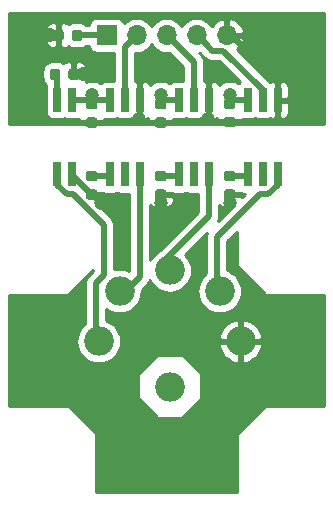
<source format=gtl>
G04 #@! TF.GenerationSoftware,KiCad,Pcbnew,5.1.2-f72e74a~84~ubuntu16.04.1*
G04 #@! TF.CreationDate,2019-07-19T18:17:23+01:00*
G04 #@! TF.ProjectId,DigitalPot_OptoIsolator,44696769-7461-46c5-906f-745f4f70746f,rev?*
G04 #@! TF.SameCoordinates,Original*
G04 #@! TF.FileFunction,Copper,L1,Top*
G04 #@! TF.FilePolarity,Positive*
%FSLAX46Y46*%
G04 Gerber Fmt 4.6, Leading zero omitted, Abs format (unit mm)*
G04 Created by KiCad (PCBNEW 5.1.2-f72e74a~84~ubuntu16.04.1) date 2019-07-19 18:17:23*
%MOMM*%
%LPD*%
G04 APERTURE LIST*
%ADD10O,2.500000X2.500000*%
%ADD11C,0.100000*%
%ADD12C,0.875000*%
%ADD13R,1.700000X1.700000*%
%ADD14O,1.700000X1.700000*%
%ADD15R,0.640000X2.000000*%
%ADD16C,1.200000*%
%ADD17C,0.508000*%
%ADD18C,0.254000*%
G04 APERTURE END LIST*
D10*
X101854000Y-40228000D03*
X106096640Y-41985360D03*
X107854000Y-46228000D03*
X101854000Y-50128000D03*
X95854000Y-46228000D03*
X97611360Y-41985360D03*
D11*
G36*
X93966191Y-23148053D02*
G01*
X93987426Y-23151203D01*
X94008250Y-23156419D01*
X94028462Y-23163651D01*
X94047868Y-23172830D01*
X94066281Y-23183866D01*
X94083524Y-23196654D01*
X94099430Y-23211070D01*
X94113846Y-23226976D01*
X94126634Y-23244219D01*
X94137670Y-23262632D01*
X94146849Y-23282038D01*
X94154081Y-23302250D01*
X94159297Y-23323074D01*
X94162447Y-23344309D01*
X94163500Y-23365750D01*
X94163500Y-23878250D01*
X94162447Y-23899691D01*
X94159297Y-23920926D01*
X94154081Y-23941750D01*
X94146849Y-23961962D01*
X94137670Y-23981368D01*
X94126634Y-23999781D01*
X94113846Y-24017024D01*
X94099430Y-24032930D01*
X94083524Y-24047346D01*
X94066281Y-24060134D01*
X94047868Y-24071170D01*
X94028462Y-24080349D01*
X94008250Y-24087581D01*
X93987426Y-24092797D01*
X93966191Y-24095947D01*
X93944750Y-24097000D01*
X93507250Y-24097000D01*
X93485809Y-24095947D01*
X93464574Y-24092797D01*
X93443750Y-24087581D01*
X93423538Y-24080349D01*
X93404132Y-24071170D01*
X93385719Y-24060134D01*
X93368476Y-24047346D01*
X93352570Y-24032930D01*
X93338154Y-24017024D01*
X93325366Y-23999781D01*
X93314330Y-23981368D01*
X93305151Y-23961962D01*
X93297919Y-23941750D01*
X93292703Y-23920926D01*
X93289553Y-23899691D01*
X93288500Y-23878250D01*
X93288500Y-23365750D01*
X93289553Y-23344309D01*
X93292703Y-23323074D01*
X93297919Y-23302250D01*
X93305151Y-23282038D01*
X93314330Y-23262632D01*
X93325366Y-23244219D01*
X93338154Y-23226976D01*
X93352570Y-23211070D01*
X93368476Y-23196654D01*
X93385719Y-23183866D01*
X93404132Y-23172830D01*
X93423538Y-23163651D01*
X93443750Y-23156419D01*
X93464574Y-23151203D01*
X93485809Y-23148053D01*
X93507250Y-23147000D01*
X93944750Y-23147000D01*
X93966191Y-23148053D01*
X93966191Y-23148053D01*
G37*
D12*
X93726000Y-23622000D03*
D11*
G36*
X92391191Y-23148053D02*
G01*
X92412426Y-23151203D01*
X92433250Y-23156419D01*
X92453462Y-23163651D01*
X92472868Y-23172830D01*
X92491281Y-23183866D01*
X92508524Y-23196654D01*
X92524430Y-23211070D01*
X92538846Y-23226976D01*
X92551634Y-23244219D01*
X92562670Y-23262632D01*
X92571849Y-23282038D01*
X92579081Y-23302250D01*
X92584297Y-23323074D01*
X92587447Y-23344309D01*
X92588500Y-23365750D01*
X92588500Y-23878250D01*
X92587447Y-23899691D01*
X92584297Y-23920926D01*
X92579081Y-23941750D01*
X92571849Y-23961962D01*
X92562670Y-23981368D01*
X92551634Y-23999781D01*
X92538846Y-24017024D01*
X92524430Y-24032930D01*
X92508524Y-24047346D01*
X92491281Y-24060134D01*
X92472868Y-24071170D01*
X92453462Y-24080349D01*
X92433250Y-24087581D01*
X92412426Y-24092797D01*
X92391191Y-24095947D01*
X92369750Y-24097000D01*
X91932250Y-24097000D01*
X91910809Y-24095947D01*
X91889574Y-24092797D01*
X91868750Y-24087581D01*
X91848538Y-24080349D01*
X91829132Y-24071170D01*
X91810719Y-24060134D01*
X91793476Y-24047346D01*
X91777570Y-24032930D01*
X91763154Y-24017024D01*
X91750366Y-23999781D01*
X91739330Y-23981368D01*
X91730151Y-23961962D01*
X91722919Y-23941750D01*
X91717703Y-23920926D01*
X91714553Y-23899691D01*
X91713500Y-23878250D01*
X91713500Y-23365750D01*
X91714553Y-23344309D01*
X91717703Y-23323074D01*
X91722919Y-23302250D01*
X91730151Y-23282038D01*
X91739330Y-23262632D01*
X91750366Y-23244219D01*
X91763154Y-23226976D01*
X91777570Y-23211070D01*
X91793476Y-23196654D01*
X91810719Y-23183866D01*
X91829132Y-23172830D01*
X91848538Y-23163651D01*
X91868750Y-23156419D01*
X91889574Y-23151203D01*
X91910809Y-23148053D01*
X91932250Y-23147000D01*
X92369750Y-23147000D01*
X92391191Y-23148053D01*
X92391191Y-23148053D01*
G37*
D12*
X92151000Y-23622000D03*
D11*
G36*
X107211691Y-31796053D02*
G01*
X107232926Y-31799203D01*
X107253750Y-31804419D01*
X107273962Y-31811651D01*
X107293368Y-31820830D01*
X107311781Y-31831866D01*
X107329024Y-31844654D01*
X107344930Y-31859070D01*
X107359346Y-31874976D01*
X107372134Y-31892219D01*
X107383170Y-31910632D01*
X107392349Y-31930038D01*
X107399581Y-31950250D01*
X107404797Y-31971074D01*
X107407947Y-31992309D01*
X107409000Y-32013750D01*
X107409000Y-32451250D01*
X107407947Y-32472691D01*
X107404797Y-32493926D01*
X107399581Y-32514750D01*
X107392349Y-32534962D01*
X107383170Y-32554368D01*
X107372134Y-32572781D01*
X107359346Y-32590024D01*
X107344930Y-32605930D01*
X107329024Y-32620346D01*
X107311781Y-32633134D01*
X107293368Y-32644170D01*
X107273962Y-32653349D01*
X107253750Y-32660581D01*
X107232926Y-32665797D01*
X107211691Y-32668947D01*
X107190250Y-32670000D01*
X106677750Y-32670000D01*
X106656309Y-32668947D01*
X106635074Y-32665797D01*
X106614250Y-32660581D01*
X106594038Y-32653349D01*
X106574632Y-32644170D01*
X106556219Y-32633134D01*
X106538976Y-32620346D01*
X106523070Y-32605930D01*
X106508654Y-32590024D01*
X106495866Y-32572781D01*
X106484830Y-32554368D01*
X106475651Y-32534962D01*
X106468419Y-32514750D01*
X106463203Y-32493926D01*
X106460053Y-32472691D01*
X106459000Y-32451250D01*
X106459000Y-32013750D01*
X106460053Y-31992309D01*
X106463203Y-31971074D01*
X106468419Y-31950250D01*
X106475651Y-31930038D01*
X106484830Y-31910632D01*
X106495866Y-31892219D01*
X106508654Y-31874976D01*
X106523070Y-31859070D01*
X106538976Y-31844654D01*
X106556219Y-31831866D01*
X106574632Y-31820830D01*
X106594038Y-31811651D01*
X106614250Y-31804419D01*
X106635074Y-31799203D01*
X106656309Y-31796053D01*
X106677750Y-31795000D01*
X107190250Y-31795000D01*
X107211691Y-31796053D01*
X107211691Y-31796053D01*
G37*
D12*
X106934000Y-32232500D03*
D11*
G36*
X107211691Y-33371053D02*
G01*
X107232926Y-33374203D01*
X107253750Y-33379419D01*
X107273962Y-33386651D01*
X107293368Y-33395830D01*
X107311781Y-33406866D01*
X107329024Y-33419654D01*
X107344930Y-33434070D01*
X107359346Y-33449976D01*
X107372134Y-33467219D01*
X107383170Y-33485632D01*
X107392349Y-33505038D01*
X107399581Y-33525250D01*
X107404797Y-33546074D01*
X107407947Y-33567309D01*
X107409000Y-33588750D01*
X107409000Y-34026250D01*
X107407947Y-34047691D01*
X107404797Y-34068926D01*
X107399581Y-34089750D01*
X107392349Y-34109962D01*
X107383170Y-34129368D01*
X107372134Y-34147781D01*
X107359346Y-34165024D01*
X107344930Y-34180930D01*
X107329024Y-34195346D01*
X107311781Y-34208134D01*
X107293368Y-34219170D01*
X107273962Y-34228349D01*
X107253750Y-34235581D01*
X107232926Y-34240797D01*
X107211691Y-34243947D01*
X107190250Y-34245000D01*
X106677750Y-34245000D01*
X106656309Y-34243947D01*
X106635074Y-34240797D01*
X106614250Y-34235581D01*
X106594038Y-34228349D01*
X106574632Y-34219170D01*
X106556219Y-34208134D01*
X106538976Y-34195346D01*
X106523070Y-34180930D01*
X106508654Y-34165024D01*
X106495866Y-34147781D01*
X106484830Y-34129368D01*
X106475651Y-34109962D01*
X106468419Y-34089750D01*
X106463203Y-34068926D01*
X106460053Y-34047691D01*
X106459000Y-34026250D01*
X106459000Y-33588750D01*
X106460053Y-33567309D01*
X106463203Y-33546074D01*
X106468419Y-33525250D01*
X106475651Y-33505038D01*
X106484830Y-33485632D01*
X106495866Y-33467219D01*
X106508654Y-33449976D01*
X106523070Y-33434070D01*
X106538976Y-33419654D01*
X106556219Y-33406866D01*
X106574632Y-33395830D01*
X106594038Y-33386651D01*
X106614250Y-33379419D01*
X106635074Y-33374203D01*
X106656309Y-33371053D01*
X106677750Y-33370000D01*
X107190250Y-33370000D01*
X107211691Y-33371053D01*
X107211691Y-33371053D01*
G37*
D12*
X106934000Y-33807500D03*
D11*
G36*
X101369691Y-31796053D02*
G01*
X101390926Y-31799203D01*
X101411750Y-31804419D01*
X101431962Y-31811651D01*
X101451368Y-31820830D01*
X101469781Y-31831866D01*
X101487024Y-31844654D01*
X101502930Y-31859070D01*
X101517346Y-31874976D01*
X101530134Y-31892219D01*
X101541170Y-31910632D01*
X101550349Y-31930038D01*
X101557581Y-31950250D01*
X101562797Y-31971074D01*
X101565947Y-31992309D01*
X101567000Y-32013750D01*
X101567000Y-32451250D01*
X101565947Y-32472691D01*
X101562797Y-32493926D01*
X101557581Y-32514750D01*
X101550349Y-32534962D01*
X101541170Y-32554368D01*
X101530134Y-32572781D01*
X101517346Y-32590024D01*
X101502930Y-32605930D01*
X101487024Y-32620346D01*
X101469781Y-32633134D01*
X101451368Y-32644170D01*
X101431962Y-32653349D01*
X101411750Y-32660581D01*
X101390926Y-32665797D01*
X101369691Y-32668947D01*
X101348250Y-32670000D01*
X100835750Y-32670000D01*
X100814309Y-32668947D01*
X100793074Y-32665797D01*
X100772250Y-32660581D01*
X100752038Y-32653349D01*
X100732632Y-32644170D01*
X100714219Y-32633134D01*
X100696976Y-32620346D01*
X100681070Y-32605930D01*
X100666654Y-32590024D01*
X100653866Y-32572781D01*
X100642830Y-32554368D01*
X100633651Y-32534962D01*
X100626419Y-32514750D01*
X100621203Y-32493926D01*
X100618053Y-32472691D01*
X100617000Y-32451250D01*
X100617000Y-32013750D01*
X100618053Y-31992309D01*
X100621203Y-31971074D01*
X100626419Y-31950250D01*
X100633651Y-31930038D01*
X100642830Y-31910632D01*
X100653866Y-31892219D01*
X100666654Y-31874976D01*
X100681070Y-31859070D01*
X100696976Y-31844654D01*
X100714219Y-31831866D01*
X100732632Y-31820830D01*
X100752038Y-31811651D01*
X100772250Y-31804419D01*
X100793074Y-31799203D01*
X100814309Y-31796053D01*
X100835750Y-31795000D01*
X101348250Y-31795000D01*
X101369691Y-31796053D01*
X101369691Y-31796053D01*
G37*
D12*
X101092000Y-32232500D03*
D11*
G36*
X101369691Y-33371053D02*
G01*
X101390926Y-33374203D01*
X101411750Y-33379419D01*
X101431962Y-33386651D01*
X101451368Y-33395830D01*
X101469781Y-33406866D01*
X101487024Y-33419654D01*
X101502930Y-33434070D01*
X101517346Y-33449976D01*
X101530134Y-33467219D01*
X101541170Y-33485632D01*
X101550349Y-33505038D01*
X101557581Y-33525250D01*
X101562797Y-33546074D01*
X101565947Y-33567309D01*
X101567000Y-33588750D01*
X101567000Y-34026250D01*
X101565947Y-34047691D01*
X101562797Y-34068926D01*
X101557581Y-34089750D01*
X101550349Y-34109962D01*
X101541170Y-34129368D01*
X101530134Y-34147781D01*
X101517346Y-34165024D01*
X101502930Y-34180930D01*
X101487024Y-34195346D01*
X101469781Y-34208134D01*
X101451368Y-34219170D01*
X101431962Y-34228349D01*
X101411750Y-34235581D01*
X101390926Y-34240797D01*
X101369691Y-34243947D01*
X101348250Y-34245000D01*
X100835750Y-34245000D01*
X100814309Y-34243947D01*
X100793074Y-34240797D01*
X100772250Y-34235581D01*
X100752038Y-34228349D01*
X100732632Y-34219170D01*
X100714219Y-34208134D01*
X100696976Y-34195346D01*
X100681070Y-34180930D01*
X100666654Y-34165024D01*
X100653866Y-34147781D01*
X100642830Y-34129368D01*
X100633651Y-34109962D01*
X100626419Y-34089750D01*
X100621203Y-34068926D01*
X100618053Y-34047691D01*
X100617000Y-34026250D01*
X100617000Y-33588750D01*
X100618053Y-33567309D01*
X100621203Y-33546074D01*
X100626419Y-33525250D01*
X100633651Y-33505038D01*
X100642830Y-33485632D01*
X100653866Y-33467219D01*
X100666654Y-33449976D01*
X100681070Y-33434070D01*
X100696976Y-33419654D01*
X100714219Y-33406866D01*
X100732632Y-33395830D01*
X100752038Y-33386651D01*
X100772250Y-33379419D01*
X100793074Y-33374203D01*
X100814309Y-33371053D01*
X100835750Y-33370000D01*
X101348250Y-33370000D01*
X101369691Y-33371053D01*
X101369691Y-33371053D01*
G37*
D12*
X101092000Y-33807500D03*
D11*
G36*
X95527691Y-31796053D02*
G01*
X95548926Y-31799203D01*
X95569750Y-31804419D01*
X95589962Y-31811651D01*
X95609368Y-31820830D01*
X95627781Y-31831866D01*
X95645024Y-31844654D01*
X95660930Y-31859070D01*
X95675346Y-31874976D01*
X95688134Y-31892219D01*
X95699170Y-31910632D01*
X95708349Y-31930038D01*
X95715581Y-31950250D01*
X95720797Y-31971074D01*
X95723947Y-31992309D01*
X95725000Y-32013750D01*
X95725000Y-32451250D01*
X95723947Y-32472691D01*
X95720797Y-32493926D01*
X95715581Y-32514750D01*
X95708349Y-32534962D01*
X95699170Y-32554368D01*
X95688134Y-32572781D01*
X95675346Y-32590024D01*
X95660930Y-32605930D01*
X95645024Y-32620346D01*
X95627781Y-32633134D01*
X95609368Y-32644170D01*
X95589962Y-32653349D01*
X95569750Y-32660581D01*
X95548926Y-32665797D01*
X95527691Y-32668947D01*
X95506250Y-32670000D01*
X94993750Y-32670000D01*
X94972309Y-32668947D01*
X94951074Y-32665797D01*
X94930250Y-32660581D01*
X94910038Y-32653349D01*
X94890632Y-32644170D01*
X94872219Y-32633134D01*
X94854976Y-32620346D01*
X94839070Y-32605930D01*
X94824654Y-32590024D01*
X94811866Y-32572781D01*
X94800830Y-32554368D01*
X94791651Y-32534962D01*
X94784419Y-32514750D01*
X94779203Y-32493926D01*
X94776053Y-32472691D01*
X94775000Y-32451250D01*
X94775000Y-32013750D01*
X94776053Y-31992309D01*
X94779203Y-31971074D01*
X94784419Y-31950250D01*
X94791651Y-31930038D01*
X94800830Y-31910632D01*
X94811866Y-31892219D01*
X94824654Y-31874976D01*
X94839070Y-31859070D01*
X94854976Y-31844654D01*
X94872219Y-31831866D01*
X94890632Y-31820830D01*
X94910038Y-31811651D01*
X94930250Y-31804419D01*
X94951074Y-31799203D01*
X94972309Y-31796053D01*
X94993750Y-31795000D01*
X95506250Y-31795000D01*
X95527691Y-31796053D01*
X95527691Y-31796053D01*
G37*
D12*
X95250000Y-32232500D03*
D11*
G36*
X95527691Y-33371053D02*
G01*
X95548926Y-33374203D01*
X95569750Y-33379419D01*
X95589962Y-33386651D01*
X95609368Y-33395830D01*
X95627781Y-33406866D01*
X95645024Y-33419654D01*
X95660930Y-33434070D01*
X95675346Y-33449976D01*
X95688134Y-33467219D01*
X95699170Y-33485632D01*
X95708349Y-33505038D01*
X95715581Y-33525250D01*
X95720797Y-33546074D01*
X95723947Y-33567309D01*
X95725000Y-33588750D01*
X95725000Y-34026250D01*
X95723947Y-34047691D01*
X95720797Y-34068926D01*
X95715581Y-34089750D01*
X95708349Y-34109962D01*
X95699170Y-34129368D01*
X95688134Y-34147781D01*
X95675346Y-34165024D01*
X95660930Y-34180930D01*
X95645024Y-34195346D01*
X95627781Y-34208134D01*
X95609368Y-34219170D01*
X95589962Y-34228349D01*
X95569750Y-34235581D01*
X95548926Y-34240797D01*
X95527691Y-34243947D01*
X95506250Y-34245000D01*
X94993750Y-34245000D01*
X94972309Y-34243947D01*
X94951074Y-34240797D01*
X94930250Y-34235581D01*
X94910038Y-34228349D01*
X94890632Y-34219170D01*
X94872219Y-34208134D01*
X94854976Y-34195346D01*
X94839070Y-34180930D01*
X94824654Y-34165024D01*
X94811866Y-34147781D01*
X94800830Y-34129368D01*
X94791651Y-34109962D01*
X94784419Y-34089750D01*
X94779203Y-34068926D01*
X94776053Y-34047691D01*
X94775000Y-34026250D01*
X94775000Y-33588750D01*
X94776053Y-33567309D01*
X94779203Y-33546074D01*
X94784419Y-33525250D01*
X94791651Y-33505038D01*
X94800830Y-33485632D01*
X94811866Y-33467219D01*
X94824654Y-33449976D01*
X94839070Y-33434070D01*
X94854976Y-33419654D01*
X94872219Y-33406866D01*
X94890632Y-33395830D01*
X94910038Y-33386651D01*
X94930250Y-33379419D01*
X94951074Y-33374203D01*
X94972309Y-33371053D01*
X94993750Y-33370000D01*
X95506250Y-33370000D01*
X95527691Y-33371053D01*
X95527691Y-33371053D01*
G37*
D12*
X95250000Y-33807500D03*
D11*
G36*
X95527691Y-25700053D02*
G01*
X95548926Y-25703203D01*
X95569750Y-25708419D01*
X95589962Y-25715651D01*
X95609368Y-25724830D01*
X95627781Y-25735866D01*
X95645024Y-25748654D01*
X95660930Y-25763070D01*
X95675346Y-25778976D01*
X95688134Y-25796219D01*
X95699170Y-25814632D01*
X95708349Y-25834038D01*
X95715581Y-25854250D01*
X95720797Y-25875074D01*
X95723947Y-25896309D01*
X95725000Y-25917750D01*
X95725000Y-26355250D01*
X95723947Y-26376691D01*
X95720797Y-26397926D01*
X95715581Y-26418750D01*
X95708349Y-26438962D01*
X95699170Y-26458368D01*
X95688134Y-26476781D01*
X95675346Y-26494024D01*
X95660930Y-26509930D01*
X95645024Y-26524346D01*
X95627781Y-26537134D01*
X95609368Y-26548170D01*
X95589962Y-26557349D01*
X95569750Y-26564581D01*
X95548926Y-26569797D01*
X95527691Y-26572947D01*
X95506250Y-26574000D01*
X94993750Y-26574000D01*
X94972309Y-26572947D01*
X94951074Y-26569797D01*
X94930250Y-26564581D01*
X94910038Y-26557349D01*
X94890632Y-26548170D01*
X94872219Y-26537134D01*
X94854976Y-26524346D01*
X94839070Y-26509930D01*
X94824654Y-26494024D01*
X94811866Y-26476781D01*
X94800830Y-26458368D01*
X94791651Y-26438962D01*
X94784419Y-26418750D01*
X94779203Y-26397926D01*
X94776053Y-26376691D01*
X94775000Y-26355250D01*
X94775000Y-25917750D01*
X94776053Y-25896309D01*
X94779203Y-25875074D01*
X94784419Y-25854250D01*
X94791651Y-25834038D01*
X94800830Y-25814632D01*
X94811866Y-25796219D01*
X94824654Y-25778976D01*
X94839070Y-25763070D01*
X94854976Y-25748654D01*
X94872219Y-25735866D01*
X94890632Y-25724830D01*
X94910038Y-25715651D01*
X94930250Y-25708419D01*
X94951074Y-25703203D01*
X94972309Y-25700053D01*
X94993750Y-25699000D01*
X95506250Y-25699000D01*
X95527691Y-25700053D01*
X95527691Y-25700053D01*
G37*
D12*
X95250000Y-26136500D03*
D11*
G36*
X95527691Y-27275053D02*
G01*
X95548926Y-27278203D01*
X95569750Y-27283419D01*
X95589962Y-27290651D01*
X95609368Y-27299830D01*
X95627781Y-27310866D01*
X95645024Y-27323654D01*
X95660930Y-27338070D01*
X95675346Y-27353976D01*
X95688134Y-27371219D01*
X95699170Y-27389632D01*
X95708349Y-27409038D01*
X95715581Y-27429250D01*
X95720797Y-27450074D01*
X95723947Y-27471309D01*
X95725000Y-27492750D01*
X95725000Y-27930250D01*
X95723947Y-27951691D01*
X95720797Y-27972926D01*
X95715581Y-27993750D01*
X95708349Y-28013962D01*
X95699170Y-28033368D01*
X95688134Y-28051781D01*
X95675346Y-28069024D01*
X95660930Y-28084930D01*
X95645024Y-28099346D01*
X95627781Y-28112134D01*
X95609368Y-28123170D01*
X95589962Y-28132349D01*
X95569750Y-28139581D01*
X95548926Y-28144797D01*
X95527691Y-28147947D01*
X95506250Y-28149000D01*
X94993750Y-28149000D01*
X94972309Y-28147947D01*
X94951074Y-28144797D01*
X94930250Y-28139581D01*
X94910038Y-28132349D01*
X94890632Y-28123170D01*
X94872219Y-28112134D01*
X94854976Y-28099346D01*
X94839070Y-28084930D01*
X94824654Y-28069024D01*
X94811866Y-28051781D01*
X94800830Y-28033368D01*
X94791651Y-28013962D01*
X94784419Y-27993750D01*
X94779203Y-27972926D01*
X94776053Y-27951691D01*
X94775000Y-27930250D01*
X94775000Y-27492750D01*
X94776053Y-27471309D01*
X94779203Y-27450074D01*
X94784419Y-27429250D01*
X94791651Y-27409038D01*
X94800830Y-27389632D01*
X94811866Y-27371219D01*
X94824654Y-27353976D01*
X94839070Y-27338070D01*
X94854976Y-27323654D01*
X94872219Y-27310866D01*
X94890632Y-27299830D01*
X94910038Y-27290651D01*
X94930250Y-27283419D01*
X94951074Y-27278203D01*
X94972309Y-27275053D01*
X94993750Y-27274000D01*
X95506250Y-27274000D01*
X95527691Y-27275053D01*
X95527691Y-27275053D01*
G37*
D12*
X95250000Y-27711500D03*
D11*
G36*
X101369691Y-25700053D02*
G01*
X101390926Y-25703203D01*
X101411750Y-25708419D01*
X101431962Y-25715651D01*
X101451368Y-25724830D01*
X101469781Y-25735866D01*
X101487024Y-25748654D01*
X101502930Y-25763070D01*
X101517346Y-25778976D01*
X101530134Y-25796219D01*
X101541170Y-25814632D01*
X101550349Y-25834038D01*
X101557581Y-25854250D01*
X101562797Y-25875074D01*
X101565947Y-25896309D01*
X101567000Y-25917750D01*
X101567000Y-26355250D01*
X101565947Y-26376691D01*
X101562797Y-26397926D01*
X101557581Y-26418750D01*
X101550349Y-26438962D01*
X101541170Y-26458368D01*
X101530134Y-26476781D01*
X101517346Y-26494024D01*
X101502930Y-26509930D01*
X101487024Y-26524346D01*
X101469781Y-26537134D01*
X101451368Y-26548170D01*
X101431962Y-26557349D01*
X101411750Y-26564581D01*
X101390926Y-26569797D01*
X101369691Y-26572947D01*
X101348250Y-26574000D01*
X100835750Y-26574000D01*
X100814309Y-26572947D01*
X100793074Y-26569797D01*
X100772250Y-26564581D01*
X100752038Y-26557349D01*
X100732632Y-26548170D01*
X100714219Y-26537134D01*
X100696976Y-26524346D01*
X100681070Y-26509930D01*
X100666654Y-26494024D01*
X100653866Y-26476781D01*
X100642830Y-26458368D01*
X100633651Y-26438962D01*
X100626419Y-26418750D01*
X100621203Y-26397926D01*
X100618053Y-26376691D01*
X100617000Y-26355250D01*
X100617000Y-25917750D01*
X100618053Y-25896309D01*
X100621203Y-25875074D01*
X100626419Y-25854250D01*
X100633651Y-25834038D01*
X100642830Y-25814632D01*
X100653866Y-25796219D01*
X100666654Y-25778976D01*
X100681070Y-25763070D01*
X100696976Y-25748654D01*
X100714219Y-25735866D01*
X100732632Y-25724830D01*
X100752038Y-25715651D01*
X100772250Y-25708419D01*
X100793074Y-25703203D01*
X100814309Y-25700053D01*
X100835750Y-25699000D01*
X101348250Y-25699000D01*
X101369691Y-25700053D01*
X101369691Y-25700053D01*
G37*
D12*
X101092000Y-26136500D03*
D11*
G36*
X101369691Y-27275053D02*
G01*
X101390926Y-27278203D01*
X101411750Y-27283419D01*
X101431962Y-27290651D01*
X101451368Y-27299830D01*
X101469781Y-27310866D01*
X101487024Y-27323654D01*
X101502930Y-27338070D01*
X101517346Y-27353976D01*
X101530134Y-27371219D01*
X101541170Y-27389632D01*
X101550349Y-27409038D01*
X101557581Y-27429250D01*
X101562797Y-27450074D01*
X101565947Y-27471309D01*
X101567000Y-27492750D01*
X101567000Y-27930250D01*
X101565947Y-27951691D01*
X101562797Y-27972926D01*
X101557581Y-27993750D01*
X101550349Y-28013962D01*
X101541170Y-28033368D01*
X101530134Y-28051781D01*
X101517346Y-28069024D01*
X101502930Y-28084930D01*
X101487024Y-28099346D01*
X101469781Y-28112134D01*
X101451368Y-28123170D01*
X101431962Y-28132349D01*
X101411750Y-28139581D01*
X101390926Y-28144797D01*
X101369691Y-28147947D01*
X101348250Y-28149000D01*
X100835750Y-28149000D01*
X100814309Y-28147947D01*
X100793074Y-28144797D01*
X100772250Y-28139581D01*
X100752038Y-28132349D01*
X100732632Y-28123170D01*
X100714219Y-28112134D01*
X100696976Y-28099346D01*
X100681070Y-28084930D01*
X100666654Y-28069024D01*
X100653866Y-28051781D01*
X100642830Y-28033368D01*
X100633651Y-28013962D01*
X100626419Y-27993750D01*
X100621203Y-27972926D01*
X100618053Y-27951691D01*
X100617000Y-27930250D01*
X100617000Y-27492750D01*
X100618053Y-27471309D01*
X100621203Y-27450074D01*
X100626419Y-27429250D01*
X100633651Y-27409038D01*
X100642830Y-27389632D01*
X100653866Y-27371219D01*
X100666654Y-27353976D01*
X100681070Y-27338070D01*
X100696976Y-27323654D01*
X100714219Y-27310866D01*
X100732632Y-27299830D01*
X100752038Y-27290651D01*
X100772250Y-27283419D01*
X100793074Y-27278203D01*
X100814309Y-27275053D01*
X100835750Y-27274000D01*
X101348250Y-27274000D01*
X101369691Y-27275053D01*
X101369691Y-27275053D01*
G37*
D12*
X101092000Y-27711500D03*
D11*
G36*
X107211691Y-27249553D02*
G01*
X107232926Y-27252703D01*
X107253750Y-27257919D01*
X107273962Y-27265151D01*
X107293368Y-27274330D01*
X107311781Y-27285366D01*
X107329024Y-27298154D01*
X107344930Y-27312570D01*
X107359346Y-27328476D01*
X107372134Y-27345719D01*
X107383170Y-27364132D01*
X107392349Y-27383538D01*
X107399581Y-27403750D01*
X107404797Y-27424574D01*
X107407947Y-27445809D01*
X107409000Y-27467250D01*
X107409000Y-27904750D01*
X107407947Y-27926191D01*
X107404797Y-27947426D01*
X107399581Y-27968250D01*
X107392349Y-27988462D01*
X107383170Y-28007868D01*
X107372134Y-28026281D01*
X107359346Y-28043524D01*
X107344930Y-28059430D01*
X107329024Y-28073846D01*
X107311781Y-28086634D01*
X107293368Y-28097670D01*
X107273962Y-28106849D01*
X107253750Y-28114081D01*
X107232926Y-28119297D01*
X107211691Y-28122447D01*
X107190250Y-28123500D01*
X106677750Y-28123500D01*
X106656309Y-28122447D01*
X106635074Y-28119297D01*
X106614250Y-28114081D01*
X106594038Y-28106849D01*
X106574632Y-28097670D01*
X106556219Y-28086634D01*
X106538976Y-28073846D01*
X106523070Y-28059430D01*
X106508654Y-28043524D01*
X106495866Y-28026281D01*
X106484830Y-28007868D01*
X106475651Y-27988462D01*
X106468419Y-27968250D01*
X106463203Y-27947426D01*
X106460053Y-27926191D01*
X106459000Y-27904750D01*
X106459000Y-27467250D01*
X106460053Y-27445809D01*
X106463203Y-27424574D01*
X106468419Y-27403750D01*
X106475651Y-27383538D01*
X106484830Y-27364132D01*
X106495866Y-27345719D01*
X106508654Y-27328476D01*
X106523070Y-27312570D01*
X106538976Y-27298154D01*
X106556219Y-27285366D01*
X106574632Y-27274330D01*
X106594038Y-27265151D01*
X106614250Y-27257919D01*
X106635074Y-27252703D01*
X106656309Y-27249553D01*
X106677750Y-27248500D01*
X107190250Y-27248500D01*
X107211691Y-27249553D01*
X107211691Y-27249553D01*
G37*
D12*
X106934000Y-27686000D03*
D11*
G36*
X107211691Y-25674553D02*
G01*
X107232926Y-25677703D01*
X107253750Y-25682919D01*
X107273962Y-25690151D01*
X107293368Y-25699330D01*
X107311781Y-25710366D01*
X107329024Y-25723154D01*
X107344930Y-25737570D01*
X107359346Y-25753476D01*
X107372134Y-25770719D01*
X107383170Y-25789132D01*
X107392349Y-25808538D01*
X107399581Y-25828750D01*
X107404797Y-25849574D01*
X107407947Y-25870809D01*
X107409000Y-25892250D01*
X107409000Y-26329750D01*
X107407947Y-26351191D01*
X107404797Y-26372426D01*
X107399581Y-26393250D01*
X107392349Y-26413462D01*
X107383170Y-26432868D01*
X107372134Y-26451281D01*
X107359346Y-26468524D01*
X107344930Y-26484430D01*
X107329024Y-26498846D01*
X107311781Y-26511634D01*
X107293368Y-26522670D01*
X107273962Y-26531849D01*
X107253750Y-26539081D01*
X107232926Y-26544297D01*
X107211691Y-26547447D01*
X107190250Y-26548500D01*
X106677750Y-26548500D01*
X106656309Y-26547447D01*
X106635074Y-26544297D01*
X106614250Y-26539081D01*
X106594038Y-26531849D01*
X106574632Y-26522670D01*
X106556219Y-26511634D01*
X106538976Y-26498846D01*
X106523070Y-26484430D01*
X106508654Y-26468524D01*
X106495866Y-26451281D01*
X106484830Y-26432868D01*
X106475651Y-26413462D01*
X106468419Y-26393250D01*
X106463203Y-26372426D01*
X106460053Y-26351191D01*
X106459000Y-26329750D01*
X106459000Y-25892250D01*
X106460053Y-25870809D01*
X106463203Y-25849574D01*
X106468419Y-25828750D01*
X106475651Y-25808538D01*
X106484830Y-25789132D01*
X106495866Y-25770719D01*
X106508654Y-25753476D01*
X106523070Y-25737570D01*
X106538976Y-25723154D01*
X106556219Y-25710366D01*
X106574632Y-25699330D01*
X106594038Y-25690151D01*
X106614250Y-25682919D01*
X106635074Y-25677703D01*
X106656309Y-25674553D01*
X106677750Y-25673500D01*
X107190250Y-25673500D01*
X107211691Y-25674553D01*
X107211691Y-25674553D01*
G37*
D12*
X106934000Y-26111000D03*
D11*
G36*
X92670691Y-19846053D02*
G01*
X92691926Y-19849203D01*
X92712750Y-19854419D01*
X92732962Y-19861651D01*
X92752368Y-19870830D01*
X92770781Y-19881866D01*
X92788024Y-19894654D01*
X92803930Y-19909070D01*
X92818346Y-19924976D01*
X92831134Y-19942219D01*
X92842170Y-19960632D01*
X92851349Y-19980038D01*
X92858581Y-20000250D01*
X92863797Y-20021074D01*
X92866947Y-20042309D01*
X92868000Y-20063750D01*
X92868000Y-20576250D01*
X92866947Y-20597691D01*
X92863797Y-20618926D01*
X92858581Y-20639750D01*
X92851349Y-20659962D01*
X92842170Y-20679368D01*
X92831134Y-20697781D01*
X92818346Y-20715024D01*
X92803930Y-20730930D01*
X92788024Y-20745346D01*
X92770781Y-20758134D01*
X92752368Y-20769170D01*
X92732962Y-20778349D01*
X92712750Y-20785581D01*
X92691926Y-20790797D01*
X92670691Y-20793947D01*
X92649250Y-20795000D01*
X92211750Y-20795000D01*
X92190309Y-20793947D01*
X92169074Y-20790797D01*
X92148250Y-20785581D01*
X92128038Y-20778349D01*
X92108632Y-20769170D01*
X92090219Y-20758134D01*
X92072976Y-20745346D01*
X92057070Y-20730930D01*
X92042654Y-20715024D01*
X92029866Y-20697781D01*
X92018830Y-20679368D01*
X92009651Y-20659962D01*
X92002419Y-20639750D01*
X91997203Y-20618926D01*
X91994053Y-20597691D01*
X91993000Y-20576250D01*
X91993000Y-20063750D01*
X91994053Y-20042309D01*
X91997203Y-20021074D01*
X92002419Y-20000250D01*
X92009651Y-19980038D01*
X92018830Y-19960632D01*
X92029866Y-19942219D01*
X92042654Y-19924976D01*
X92057070Y-19909070D01*
X92072976Y-19894654D01*
X92090219Y-19881866D01*
X92108632Y-19870830D01*
X92128038Y-19861651D01*
X92148250Y-19854419D01*
X92169074Y-19849203D01*
X92190309Y-19846053D01*
X92211750Y-19845000D01*
X92649250Y-19845000D01*
X92670691Y-19846053D01*
X92670691Y-19846053D01*
G37*
D12*
X92430500Y-20320000D03*
D11*
G36*
X94245691Y-19846053D02*
G01*
X94266926Y-19849203D01*
X94287750Y-19854419D01*
X94307962Y-19861651D01*
X94327368Y-19870830D01*
X94345781Y-19881866D01*
X94363024Y-19894654D01*
X94378930Y-19909070D01*
X94393346Y-19924976D01*
X94406134Y-19942219D01*
X94417170Y-19960632D01*
X94426349Y-19980038D01*
X94433581Y-20000250D01*
X94438797Y-20021074D01*
X94441947Y-20042309D01*
X94443000Y-20063750D01*
X94443000Y-20576250D01*
X94441947Y-20597691D01*
X94438797Y-20618926D01*
X94433581Y-20639750D01*
X94426349Y-20659962D01*
X94417170Y-20679368D01*
X94406134Y-20697781D01*
X94393346Y-20715024D01*
X94378930Y-20730930D01*
X94363024Y-20745346D01*
X94345781Y-20758134D01*
X94327368Y-20769170D01*
X94307962Y-20778349D01*
X94287750Y-20785581D01*
X94266926Y-20790797D01*
X94245691Y-20793947D01*
X94224250Y-20795000D01*
X93786750Y-20795000D01*
X93765309Y-20793947D01*
X93744074Y-20790797D01*
X93723250Y-20785581D01*
X93703038Y-20778349D01*
X93683632Y-20769170D01*
X93665219Y-20758134D01*
X93647976Y-20745346D01*
X93632070Y-20730930D01*
X93617654Y-20715024D01*
X93604866Y-20697781D01*
X93593830Y-20679368D01*
X93584651Y-20659962D01*
X93577419Y-20639750D01*
X93572203Y-20618926D01*
X93569053Y-20597691D01*
X93568000Y-20576250D01*
X93568000Y-20063750D01*
X93569053Y-20042309D01*
X93572203Y-20021074D01*
X93577419Y-20000250D01*
X93584651Y-19980038D01*
X93593830Y-19960632D01*
X93604866Y-19942219D01*
X93617654Y-19924976D01*
X93632070Y-19909070D01*
X93647976Y-19894654D01*
X93665219Y-19881866D01*
X93683632Y-19870830D01*
X93703038Y-19861651D01*
X93723250Y-19854419D01*
X93744074Y-19849203D01*
X93765309Y-19846053D01*
X93786750Y-19845000D01*
X94224250Y-19845000D01*
X94245691Y-19846053D01*
X94245691Y-19846053D01*
G37*
D12*
X94005500Y-20320000D03*
D13*
X96520000Y-20320000D03*
D14*
X99060000Y-20320000D03*
X101600000Y-20320000D03*
X104140000Y-20320000D03*
X106680000Y-20320000D03*
D15*
X96774000Y-32106000D03*
X98044000Y-32106000D03*
X99314000Y-32106000D03*
X99314000Y-25806000D03*
X98044000Y-25806000D03*
X96774000Y-25806000D03*
X102616000Y-25806000D03*
X103886000Y-25806000D03*
X105156000Y-25806000D03*
X105156000Y-32106000D03*
X103886000Y-32106000D03*
X102616000Y-32106000D03*
X108458000Y-32106000D03*
X109728000Y-32106000D03*
X110998000Y-32106000D03*
X110998000Y-25806000D03*
X109728000Y-25806000D03*
X108458000Y-25806000D03*
X93599000Y-32106000D03*
X92329000Y-32106000D03*
X92329000Y-25806000D03*
X93599000Y-25806000D03*
D16*
X95250000Y-25400000D03*
X101092000Y-25400000D03*
X106934000Y-25400000D03*
X94488000Y-23622000D03*
X105097000Y-27373000D03*
X99255000Y-27373000D03*
X91694000Y-20320000D03*
X101854000Y-46228000D03*
X101092000Y-34544000D03*
X106934000Y-34544000D03*
X96012000Y-34544000D03*
D17*
X94919500Y-25806000D02*
X95250000Y-26136500D01*
X93599000Y-25806000D02*
X94919500Y-25806000D01*
X95580500Y-25806000D02*
X95250000Y-26136500D01*
X96774000Y-25806000D02*
X95580500Y-25806000D01*
X101422500Y-25806000D02*
X101092000Y-26136500D01*
X102616000Y-25806000D02*
X101422500Y-25806000D01*
X107239000Y-25806000D02*
X106934000Y-26111000D01*
X108458000Y-25806000D02*
X107239000Y-25806000D01*
X95250000Y-26136500D02*
X95250000Y-25400000D01*
X101092000Y-26136500D02*
X101092000Y-25400000D01*
X106934000Y-26111000D02*
X106934000Y-25400000D01*
X94005500Y-20320000D02*
X96520000Y-20320000D01*
X99314000Y-27314000D02*
X99314000Y-25806000D01*
X98916500Y-27711500D02*
X99255000Y-27373000D01*
X95250000Y-27711500D02*
X98916500Y-27711500D01*
X99711500Y-27711500D02*
X101092000Y-27711500D01*
X99314000Y-27314000D02*
X99711500Y-27711500D01*
X105156000Y-27314000D02*
X105156000Y-25806000D01*
X104758500Y-27711500D02*
X105097000Y-27373000D01*
X101092000Y-27711500D02*
X104758500Y-27711500D01*
X105528000Y-27686000D02*
X106934000Y-27686000D01*
X105156000Y-27314000D02*
X105528000Y-27686000D01*
X110626000Y-27686000D02*
X110998000Y-27314000D01*
X110998000Y-27314000D02*
X110998000Y-25806000D01*
X106934000Y-27686000D02*
X110626000Y-27686000D01*
X107020000Y-20320000D02*
X106680000Y-20320000D01*
X110998000Y-24298000D02*
X107020000Y-20320000D01*
X110998000Y-25806000D02*
X110998000Y-24298000D01*
X93726000Y-23622000D02*
X94488000Y-23622000D01*
X105097000Y-27373000D02*
X105156000Y-27314000D01*
X99255000Y-27373000D02*
X99314000Y-27314000D01*
X92430500Y-20320000D02*
X91694000Y-20320000D01*
X105156000Y-33614000D02*
X105156000Y-32106000D01*
X105156000Y-35666234D02*
X105156000Y-33614000D01*
X101600000Y-39222234D02*
X105156000Y-35666234D01*
X101600000Y-40990000D02*
X101600000Y-39222234D01*
X105842640Y-42747360D02*
X105842640Y-37413360D01*
X105842640Y-37413360D02*
X109474000Y-33782000D01*
X110189202Y-33782000D02*
X109474000Y-33782000D01*
X110998000Y-32973202D02*
X110189202Y-33782000D01*
X110998000Y-32106000D02*
X110998000Y-32973202D01*
X93599000Y-32156500D02*
X95250000Y-33807500D01*
X93599000Y-32106000D02*
X93599000Y-32156500D01*
X101092000Y-33807500D02*
X101092000Y-34544000D01*
X106934000Y-33807500D02*
X106934000Y-34544000D01*
X95250000Y-33807500D02*
X96012000Y-34544000D01*
X95600000Y-45222234D02*
X95600000Y-46990000D01*
X92329000Y-32973202D02*
X93137798Y-33782000D01*
X92329000Y-32106000D02*
X92329000Y-32973202D01*
X93690078Y-33782000D02*
X96266000Y-36357922D01*
X93137798Y-33782000D02*
X93690078Y-33782000D01*
X96266000Y-40640000D02*
X95600000Y-41306000D01*
X96266000Y-36357922D02*
X96266000Y-40640000D01*
X95600000Y-41306000D02*
X95600000Y-45222234D01*
X99314000Y-40790720D02*
X97357360Y-42747360D01*
X99314000Y-32106000D02*
X99314000Y-40790720D01*
X98044000Y-21336000D02*
X99060000Y-20320000D01*
X98044000Y-25806000D02*
X98044000Y-21336000D01*
X103886000Y-22606000D02*
X101600000Y-20320000D01*
X103886000Y-25806000D02*
X103886000Y-22606000D01*
X105444001Y-21624001D02*
X104989999Y-21169999D01*
X106413203Y-21624001D02*
X105444001Y-21624001D01*
X104989999Y-21169999D02*
X104140000Y-20320000D01*
X109728000Y-24938798D02*
X106413203Y-21624001D01*
X109728000Y-25806000D02*
X109728000Y-24938798D01*
X96647500Y-32232500D02*
X96774000Y-32106000D01*
X95250000Y-32232500D02*
X96647500Y-32232500D01*
X102489500Y-32232500D02*
X102616000Y-32106000D01*
X101092000Y-32232500D02*
X102489500Y-32232500D01*
X108331500Y-32232500D02*
X108458000Y-32106000D01*
X106934000Y-32232500D02*
X108331500Y-32232500D01*
X92329000Y-23800000D02*
X92151000Y-23622000D01*
X92329000Y-25806000D02*
X92329000Y-23800000D01*
D18*
G36*
X114910001Y-27813000D02*
G01*
X88290000Y-27813000D01*
X88290000Y-23365750D01*
X91075428Y-23365750D01*
X91075428Y-23878250D01*
X91091892Y-24045408D01*
X91140650Y-24206142D01*
X91219829Y-24354275D01*
X91326385Y-24484115D01*
X91419977Y-24560923D01*
X91419498Y-24561820D01*
X91383188Y-24681518D01*
X91370928Y-24806000D01*
X91370928Y-26806000D01*
X91383188Y-26930482D01*
X91419498Y-27050180D01*
X91478463Y-27160494D01*
X91557815Y-27257185D01*
X91654506Y-27336537D01*
X91764820Y-27395502D01*
X91884518Y-27431812D01*
X92009000Y-27444072D01*
X92649000Y-27444072D01*
X92773482Y-27431812D01*
X92893180Y-27395502D01*
X92964000Y-27357647D01*
X93034820Y-27395502D01*
X93154518Y-27431812D01*
X93279000Y-27444072D01*
X93919000Y-27444072D01*
X94043482Y-27431812D01*
X94139533Y-27402675D01*
X94140000Y-27425750D01*
X94298750Y-27584500D01*
X95123000Y-27584500D01*
X95123000Y-27564500D01*
X95377000Y-27564500D01*
X95377000Y-27584500D01*
X96201250Y-27584500D01*
X96351749Y-27434001D01*
X96454000Y-27444072D01*
X97094000Y-27444072D01*
X97218482Y-27431812D01*
X97338180Y-27395502D01*
X97409000Y-27357647D01*
X97479820Y-27395502D01*
X97599518Y-27431812D01*
X97724000Y-27444072D01*
X98364000Y-27444072D01*
X98488482Y-27431812D01*
X98608180Y-27395502D01*
X98679000Y-27357647D01*
X98749820Y-27395502D01*
X98869518Y-27431812D01*
X98994000Y-27444072D01*
X99028250Y-27441000D01*
X99187000Y-27282250D01*
X99187000Y-25933000D01*
X99167000Y-25933000D01*
X99167000Y-25679000D01*
X99187000Y-25679000D01*
X99187000Y-24329750D01*
X99028250Y-24171000D01*
X98994000Y-24167928D01*
X98933000Y-24173936D01*
X98933000Y-21799677D01*
X98987050Y-21805000D01*
X99132950Y-21805000D01*
X99351111Y-21783513D01*
X99631034Y-21698599D01*
X99889014Y-21560706D01*
X100115134Y-21375134D01*
X100300706Y-21149014D01*
X100330000Y-21094209D01*
X100359294Y-21149014D01*
X100544866Y-21375134D01*
X100770986Y-21560706D01*
X101028966Y-21698599D01*
X101308889Y-21783513D01*
X101527050Y-21805000D01*
X101672950Y-21805000D01*
X101813884Y-21791119D01*
X102997001Y-22974237D01*
X102997001Y-24173936D01*
X102936000Y-24167928D01*
X102296000Y-24167928D01*
X102171518Y-24180188D01*
X102051820Y-24216498D01*
X101941506Y-24275463D01*
X101844815Y-24354815D01*
X101811488Y-24395424D01*
X101676992Y-24305557D01*
X101452236Y-24212460D01*
X101213637Y-24165000D01*
X100970363Y-24165000D01*
X100731764Y-24212460D01*
X100507008Y-24305557D01*
X100304733Y-24440713D01*
X100209612Y-24535834D01*
X100164537Y-24451506D01*
X100085185Y-24354815D01*
X99988494Y-24275463D01*
X99878180Y-24216498D01*
X99758482Y-24180188D01*
X99634000Y-24167928D01*
X99599750Y-24171000D01*
X99441000Y-24329750D01*
X99441000Y-25679000D01*
X99461000Y-25679000D01*
X99461000Y-25933000D01*
X99441000Y-25933000D01*
X99441000Y-27282250D01*
X99599750Y-27441000D01*
X99634000Y-27444072D01*
X99758482Y-27431812D01*
X99878180Y-27395502D01*
X99980283Y-27340926D01*
X99982000Y-27425750D01*
X100140750Y-27584500D01*
X100965000Y-27584500D01*
X100965000Y-27564500D01*
X101219000Y-27564500D01*
X101219000Y-27584500D01*
X102043250Y-27584500D01*
X102193749Y-27434001D01*
X102296000Y-27444072D01*
X102936000Y-27444072D01*
X103060482Y-27431812D01*
X103180180Y-27395502D01*
X103251000Y-27357647D01*
X103321820Y-27395502D01*
X103441518Y-27431812D01*
X103566000Y-27444072D01*
X104206000Y-27444072D01*
X104330482Y-27431812D01*
X104450180Y-27395502D01*
X104521000Y-27357647D01*
X104591820Y-27395502D01*
X104711518Y-27431812D01*
X104836000Y-27444072D01*
X104870250Y-27441000D01*
X105029000Y-27282250D01*
X105029000Y-25933000D01*
X105009000Y-25933000D01*
X105009000Y-25679000D01*
X105029000Y-25679000D01*
X105029000Y-24329750D01*
X104870250Y-24171000D01*
X104836000Y-24167928D01*
X104775000Y-24173936D01*
X104775000Y-22649659D01*
X104779300Y-22605999D01*
X104775000Y-22562339D01*
X104775000Y-22562333D01*
X104762136Y-22431726D01*
X104762136Y-22431724D01*
X104731296Y-22330058D01*
X104711303Y-22264149D01*
X104628753Y-22109709D01*
X104517659Y-21974341D01*
X104483742Y-21946506D01*
X104330644Y-21793408D01*
X104353883Y-21791119D01*
X104392258Y-21829494D01*
X104392264Y-21829499D01*
X104784502Y-22221737D01*
X104812342Y-22255660D01*
X104947710Y-22366754D01*
X105102150Y-22449304D01*
X105196759Y-22478003D01*
X105269726Y-22500137D01*
X105286326Y-22501772D01*
X105400334Y-22513001D01*
X105400341Y-22513001D01*
X105444001Y-22517301D01*
X105487661Y-22513001D01*
X106044968Y-22513001D01*
X107799096Y-24267130D01*
X107783506Y-24275463D01*
X107686815Y-24354815D01*
X107653488Y-24395424D01*
X107518992Y-24305557D01*
X107294236Y-24212460D01*
X107055637Y-24165000D01*
X106812363Y-24165000D01*
X106573764Y-24212460D01*
X106349008Y-24305557D01*
X106146733Y-24440713D01*
X106051612Y-24535834D01*
X106006537Y-24451506D01*
X105927185Y-24354815D01*
X105830494Y-24275463D01*
X105720180Y-24216498D01*
X105600482Y-24180188D01*
X105476000Y-24167928D01*
X105441750Y-24171000D01*
X105283000Y-24329750D01*
X105283000Y-25679000D01*
X105303000Y-25679000D01*
X105303000Y-25933000D01*
X105283000Y-25933000D01*
X105283000Y-27282250D01*
X105441750Y-27441000D01*
X105476000Y-27444072D01*
X105600482Y-27431812D01*
X105720180Y-27395502D01*
X105822794Y-27340653D01*
X105824000Y-27400250D01*
X105982750Y-27559000D01*
X106807000Y-27559000D01*
X106807000Y-27539000D01*
X107061000Y-27539000D01*
X107061000Y-27559000D01*
X107885250Y-27559000D01*
X108012689Y-27431561D01*
X108013518Y-27431812D01*
X108138000Y-27444072D01*
X108778000Y-27444072D01*
X108902482Y-27431812D01*
X109022180Y-27395502D01*
X109093000Y-27357647D01*
X109163820Y-27395502D01*
X109283518Y-27431812D01*
X109408000Y-27444072D01*
X110048000Y-27444072D01*
X110172482Y-27431812D01*
X110292180Y-27395502D01*
X110363000Y-27357647D01*
X110433820Y-27395502D01*
X110553518Y-27431812D01*
X110678000Y-27444072D01*
X110712250Y-27441000D01*
X110871000Y-27282250D01*
X110871000Y-25933000D01*
X111125000Y-25933000D01*
X111125000Y-27282250D01*
X111283750Y-27441000D01*
X111318000Y-27444072D01*
X111442482Y-27431812D01*
X111562180Y-27395502D01*
X111672494Y-27336537D01*
X111769185Y-27257185D01*
X111848537Y-27160494D01*
X111907502Y-27050180D01*
X111943812Y-26930482D01*
X111956072Y-26806000D01*
X111953000Y-26091750D01*
X111794250Y-25933000D01*
X111125000Y-25933000D01*
X110871000Y-25933000D01*
X110851000Y-25933000D01*
X110851000Y-25679000D01*
X110871000Y-25679000D01*
X110871000Y-24329750D01*
X111125000Y-24329750D01*
X111125000Y-25679000D01*
X111794250Y-25679000D01*
X111953000Y-25520250D01*
X111956072Y-24806000D01*
X111943812Y-24681518D01*
X111907502Y-24561820D01*
X111848537Y-24451506D01*
X111769185Y-24354815D01*
X111672494Y-24275463D01*
X111562180Y-24216498D01*
X111442482Y-24180188D01*
X111318000Y-24167928D01*
X111283750Y-24171000D01*
X111125000Y-24329750D01*
X110871000Y-24329750D01*
X110712250Y-24171000D01*
X110678000Y-24167928D01*
X110553518Y-24180188D01*
X110433820Y-24216498D01*
X110363000Y-24254353D01*
X110292180Y-24216498D01*
X110250202Y-24203764D01*
X107556410Y-21509973D01*
X107680269Y-21417588D01*
X107875178Y-21201355D01*
X108024157Y-20951252D01*
X108121481Y-20676891D01*
X108000814Y-20447000D01*
X106807000Y-20447000D01*
X106807000Y-20467000D01*
X106553000Y-20467000D01*
X106553000Y-20447000D01*
X106533000Y-20447000D01*
X106533000Y-20193000D01*
X106553000Y-20193000D01*
X106553000Y-18999845D01*
X106807000Y-18999845D01*
X106807000Y-20193000D01*
X108000814Y-20193000D01*
X108121481Y-19963109D01*
X108024157Y-19688748D01*
X107875178Y-19438645D01*
X107680269Y-19222412D01*
X107446920Y-19048359D01*
X107184099Y-18923175D01*
X107036890Y-18878524D01*
X106807000Y-18999845D01*
X106553000Y-18999845D01*
X106323110Y-18878524D01*
X106175901Y-18923175D01*
X105913080Y-19048359D01*
X105679731Y-19222412D01*
X105484822Y-19438645D01*
X105415201Y-19555523D01*
X105380706Y-19490986D01*
X105195134Y-19264866D01*
X104969014Y-19079294D01*
X104711034Y-18941401D01*
X104431111Y-18856487D01*
X104212950Y-18835000D01*
X104067050Y-18835000D01*
X103848889Y-18856487D01*
X103568966Y-18941401D01*
X103310986Y-19079294D01*
X103084866Y-19264866D01*
X102899294Y-19490986D01*
X102870000Y-19545791D01*
X102840706Y-19490986D01*
X102655134Y-19264866D01*
X102429014Y-19079294D01*
X102171034Y-18941401D01*
X101891111Y-18856487D01*
X101672950Y-18835000D01*
X101527050Y-18835000D01*
X101308889Y-18856487D01*
X101028966Y-18941401D01*
X100770986Y-19079294D01*
X100544866Y-19264866D01*
X100359294Y-19490986D01*
X100330000Y-19545791D01*
X100300706Y-19490986D01*
X100115134Y-19264866D01*
X99889014Y-19079294D01*
X99631034Y-18941401D01*
X99351111Y-18856487D01*
X99132950Y-18835000D01*
X98987050Y-18835000D01*
X98768889Y-18856487D01*
X98488966Y-18941401D01*
X98230986Y-19079294D01*
X98004866Y-19264866D01*
X97980393Y-19294687D01*
X97959502Y-19225820D01*
X97900537Y-19115506D01*
X97821185Y-19018815D01*
X97724494Y-18939463D01*
X97614180Y-18880498D01*
X97494482Y-18844188D01*
X97370000Y-18831928D01*
X95670000Y-18831928D01*
X95545518Y-18844188D01*
X95425820Y-18880498D01*
X95315506Y-18939463D01*
X95218815Y-19018815D01*
X95139463Y-19115506D01*
X95080498Y-19225820D01*
X95044188Y-19345518D01*
X95035769Y-19431000D01*
X94797355Y-19431000D01*
X94700275Y-19351329D01*
X94552142Y-19272150D01*
X94391408Y-19223392D01*
X94224250Y-19206928D01*
X93786750Y-19206928D01*
X93619592Y-19223392D01*
X93458858Y-19272150D01*
X93310725Y-19351329D01*
X93289070Y-19369100D01*
X93222494Y-19314463D01*
X93112180Y-19255498D01*
X92992482Y-19219188D01*
X92868000Y-19206928D01*
X92716250Y-19210000D01*
X92557500Y-19368750D01*
X92557500Y-20193000D01*
X92577500Y-20193000D01*
X92577500Y-20447000D01*
X92557500Y-20447000D01*
X92557500Y-21271250D01*
X92716250Y-21430000D01*
X92868000Y-21433072D01*
X92992482Y-21420812D01*
X93112180Y-21384502D01*
X93222494Y-21325537D01*
X93289070Y-21270900D01*
X93310725Y-21288671D01*
X93458858Y-21367850D01*
X93619592Y-21416608D01*
X93786750Y-21433072D01*
X94224250Y-21433072D01*
X94391408Y-21416608D01*
X94552142Y-21367850D01*
X94700275Y-21288671D01*
X94797355Y-21209000D01*
X95035769Y-21209000D01*
X95044188Y-21294482D01*
X95080498Y-21414180D01*
X95139463Y-21524494D01*
X95218815Y-21621185D01*
X95315506Y-21700537D01*
X95425820Y-21759502D01*
X95545518Y-21795812D01*
X95670000Y-21808072D01*
X97155001Y-21808072D01*
X97155000Y-24173936D01*
X97094000Y-24167928D01*
X96454000Y-24167928D01*
X96329518Y-24180188D01*
X96209820Y-24216498D01*
X96099506Y-24275463D01*
X96002815Y-24354815D01*
X95969488Y-24395424D01*
X95834992Y-24305557D01*
X95610236Y-24212460D01*
X95371637Y-24165000D01*
X95128363Y-24165000D01*
X94889764Y-24212460D01*
X94778006Y-24258752D01*
X94789312Y-24221482D01*
X94801572Y-24097000D01*
X94798500Y-23907750D01*
X94639750Y-23749000D01*
X93853000Y-23749000D01*
X93853000Y-23769000D01*
X93599000Y-23769000D01*
X93599000Y-23749000D01*
X93579000Y-23749000D01*
X93579000Y-23495000D01*
X93599000Y-23495000D01*
X93599000Y-22670750D01*
X93853000Y-22670750D01*
X93853000Y-23495000D01*
X94639750Y-23495000D01*
X94798500Y-23336250D01*
X94801572Y-23147000D01*
X94789312Y-23022518D01*
X94753002Y-22902820D01*
X94694037Y-22792506D01*
X94614685Y-22695815D01*
X94517994Y-22616463D01*
X94407680Y-22557498D01*
X94287982Y-22521188D01*
X94163500Y-22508928D01*
X94011750Y-22512000D01*
X93853000Y-22670750D01*
X93599000Y-22670750D01*
X93440250Y-22512000D01*
X93288500Y-22508928D01*
X93164018Y-22521188D01*
X93044320Y-22557498D01*
X92934006Y-22616463D01*
X92867430Y-22671100D01*
X92845775Y-22653329D01*
X92697642Y-22574150D01*
X92536908Y-22525392D01*
X92369750Y-22508928D01*
X91932250Y-22508928D01*
X91765092Y-22525392D01*
X91604358Y-22574150D01*
X91456225Y-22653329D01*
X91326385Y-22759885D01*
X91219829Y-22889725D01*
X91140650Y-23037858D01*
X91091892Y-23198592D01*
X91075428Y-23365750D01*
X88290000Y-23365750D01*
X88290000Y-20795000D01*
X91354928Y-20795000D01*
X91367188Y-20919482D01*
X91403498Y-21039180D01*
X91462463Y-21149494D01*
X91541815Y-21246185D01*
X91638506Y-21325537D01*
X91748820Y-21384502D01*
X91868518Y-21420812D01*
X91993000Y-21433072D01*
X92144750Y-21430000D01*
X92303500Y-21271250D01*
X92303500Y-20447000D01*
X91516750Y-20447000D01*
X91358000Y-20605750D01*
X91354928Y-20795000D01*
X88290000Y-20795000D01*
X88290000Y-19845000D01*
X91354928Y-19845000D01*
X91358000Y-20034250D01*
X91516750Y-20193000D01*
X92303500Y-20193000D01*
X92303500Y-19368750D01*
X92144750Y-19210000D01*
X91993000Y-19206928D01*
X91868518Y-19219188D01*
X91748820Y-19255498D01*
X91638506Y-19314463D01*
X91541815Y-19393815D01*
X91462463Y-19490506D01*
X91403498Y-19600820D01*
X91367188Y-19720518D01*
X91354928Y-19845000D01*
X88290000Y-19845000D01*
X88290000Y-18440000D01*
X114910001Y-18440000D01*
X114910001Y-27813000D01*
X114910001Y-27813000D01*
G37*
X114910001Y-27813000D02*
X88290000Y-27813000D01*
X88290000Y-23365750D01*
X91075428Y-23365750D01*
X91075428Y-23878250D01*
X91091892Y-24045408D01*
X91140650Y-24206142D01*
X91219829Y-24354275D01*
X91326385Y-24484115D01*
X91419977Y-24560923D01*
X91419498Y-24561820D01*
X91383188Y-24681518D01*
X91370928Y-24806000D01*
X91370928Y-26806000D01*
X91383188Y-26930482D01*
X91419498Y-27050180D01*
X91478463Y-27160494D01*
X91557815Y-27257185D01*
X91654506Y-27336537D01*
X91764820Y-27395502D01*
X91884518Y-27431812D01*
X92009000Y-27444072D01*
X92649000Y-27444072D01*
X92773482Y-27431812D01*
X92893180Y-27395502D01*
X92964000Y-27357647D01*
X93034820Y-27395502D01*
X93154518Y-27431812D01*
X93279000Y-27444072D01*
X93919000Y-27444072D01*
X94043482Y-27431812D01*
X94139533Y-27402675D01*
X94140000Y-27425750D01*
X94298750Y-27584500D01*
X95123000Y-27584500D01*
X95123000Y-27564500D01*
X95377000Y-27564500D01*
X95377000Y-27584500D01*
X96201250Y-27584500D01*
X96351749Y-27434001D01*
X96454000Y-27444072D01*
X97094000Y-27444072D01*
X97218482Y-27431812D01*
X97338180Y-27395502D01*
X97409000Y-27357647D01*
X97479820Y-27395502D01*
X97599518Y-27431812D01*
X97724000Y-27444072D01*
X98364000Y-27444072D01*
X98488482Y-27431812D01*
X98608180Y-27395502D01*
X98679000Y-27357647D01*
X98749820Y-27395502D01*
X98869518Y-27431812D01*
X98994000Y-27444072D01*
X99028250Y-27441000D01*
X99187000Y-27282250D01*
X99187000Y-25933000D01*
X99167000Y-25933000D01*
X99167000Y-25679000D01*
X99187000Y-25679000D01*
X99187000Y-24329750D01*
X99028250Y-24171000D01*
X98994000Y-24167928D01*
X98933000Y-24173936D01*
X98933000Y-21799677D01*
X98987050Y-21805000D01*
X99132950Y-21805000D01*
X99351111Y-21783513D01*
X99631034Y-21698599D01*
X99889014Y-21560706D01*
X100115134Y-21375134D01*
X100300706Y-21149014D01*
X100330000Y-21094209D01*
X100359294Y-21149014D01*
X100544866Y-21375134D01*
X100770986Y-21560706D01*
X101028966Y-21698599D01*
X101308889Y-21783513D01*
X101527050Y-21805000D01*
X101672950Y-21805000D01*
X101813884Y-21791119D01*
X102997001Y-22974237D01*
X102997001Y-24173936D01*
X102936000Y-24167928D01*
X102296000Y-24167928D01*
X102171518Y-24180188D01*
X102051820Y-24216498D01*
X101941506Y-24275463D01*
X101844815Y-24354815D01*
X101811488Y-24395424D01*
X101676992Y-24305557D01*
X101452236Y-24212460D01*
X101213637Y-24165000D01*
X100970363Y-24165000D01*
X100731764Y-24212460D01*
X100507008Y-24305557D01*
X100304733Y-24440713D01*
X100209612Y-24535834D01*
X100164537Y-24451506D01*
X100085185Y-24354815D01*
X99988494Y-24275463D01*
X99878180Y-24216498D01*
X99758482Y-24180188D01*
X99634000Y-24167928D01*
X99599750Y-24171000D01*
X99441000Y-24329750D01*
X99441000Y-25679000D01*
X99461000Y-25679000D01*
X99461000Y-25933000D01*
X99441000Y-25933000D01*
X99441000Y-27282250D01*
X99599750Y-27441000D01*
X99634000Y-27444072D01*
X99758482Y-27431812D01*
X99878180Y-27395502D01*
X99980283Y-27340926D01*
X99982000Y-27425750D01*
X100140750Y-27584500D01*
X100965000Y-27584500D01*
X100965000Y-27564500D01*
X101219000Y-27564500D01*
X101219000Y-27584500D01*
X102043250Y-27584500D01*
X102193749Y-27434001D01*
X102296000Y-27444072D01*
X102936000Y-27444072D01*
X103060482Y-27431812D01*
X103180180Y-27395502D01*
X103251000Y-27357647D01*
X103321820Y-27395502D01*
X103441518Y-27431812D01*
X103566000Y-27444072D01*
X104206000Y-27444072D01*
X104330482Y-27431812D01*
X104450180Y-27395502D01*
X104521000Y-27357647D01*
X104591820Y-27395502D01*
X104711518Y-27431812D01*
X104836000Y-27444072D01*
X104870250Y-27441000D01*
X105029000Y-27282250D01*
X105029000Y-25933000D01*
X105009000Y-25933000D01*
X105009000Y-25679000D01*
X105029000Y-25679000D01*
X105029000Y-24329750D01*
X104870250Y-24171000D01*
X104836000Y-24167928D01*
X104775000Y-24173936D01*
X104775000Y-22649659D01*
X104779300Y-22605999D01*
X104775000Y-22562339D01*
X104775000Y-22562333D01*
X104762136Y-22431726D01*
X104762136Y-22431724D01*
X104731296Y-22330058D01*
X104711303Y-22264149D01*
X104628753Y-22109709D01*
X104517659Y-21974341D01*
X104483742Y-21946506D01*
X104330644Y-21793408D01*
X104353883Y-21791119D01*
X104392258Y-21829494D01*
X104392264Y-21829499D01*
X104784502Y-22221737D01*
X104812342Y-22255660D01*
X104947710Y-22366754D01*
X105102150Y-22449304D01*
X105196759Y-22478003D01*
X105269726Y-22500137D01*
X105286326Y-22501772D01*
X105400334Y-22513001D01*
X105400341Y-22513001D01*
X105444001Y-22517301D01*
X105487661Y-22513001D01*
X106044968Y-22513001D01*
X107799096Y-24267130D01*
X107783506Y-24275463D01*
X107686815Y-24354815D01*
X107653488Y-24395424D01*
X107518992Y-24305557D01*
X107294236Y-24212460D01*
X107055637Y-24165000D01*
X106812363Y-24165000D01*
X106573764Y-24212460D01*
X106349008Y-24305557D01*
X106146733Y-24440713D01*
X106051612Y-24535834D01*
X106006537Y-24451506D01*
X105927185Y-24354815D01*
X105830494Y-24275463D01*
X105720180Y-24216498D01*
X105600482Y-24180188D01*
X105476000Y-24167928D01*
X105441750Y-24171000D01*
X105283000Y-24329750D01*
X105283000Y-25679000D01*
X105303000Y-25679000D01*
X105303000Y-25933000D01*
X105283000Y-25933000D01*
X105283000Y-27282250D01*
X105441750Y-27441000D01*
X105476000Y-27444072D01*
X105600482Y-27431812D01*
X105720180Y-27395502D01*
X105822794Y-27340653D01*
X105824000Y-27400250D01*
X105982750Y-27559000D01*
X106807000Y-27559000D01*
X106807000Y-27539000D01*
X107061000Y-27539000D01*
X107061000Y-27559000D01*
X107885250Y-27559000D01*
X108012689Y-27431561D01*
X108013518Y-27431812D01*
X108138000Y-27444072D01*
X108778000Y-27444072D01*
X108902482Y-27431812D01*
X109022180Y-27395502D01*
X109093000Y-27357647D01*
X109163820Y-27395502D01*
X109283518Y-27431812D01*
X109408000Y-27444072D01*
X110048000Y-27444072D01*
X110172482Y-27431812D01*
X110292180Y-27395502D01*
X110363000Y-27357647D01*
X110433820Y-27395502D01*
X110553518Y-27431812D01*
X110678000Y-27444072D01*
X110712250Y-27441000D01*
X110871000Y-27282250D01*
X110871000Y-25933000D01*
X111125000Y-25933000D01*
X111125000Y-27282250D01*
X111283750Y-27441000D01*
X111318000Y-27444072D01*
X111442482Y-27431812D01*
X111562180Y-27395502D01*
X111672494Y-27336537D01*
X111769185Y-27257185D01*
X111848537Y-27160494D01*
X111907502Y-27050180D01*
X111943812Y-26930482D01*
X111956072Y-26806000D01*
X111953000Y-26091750D01*
X111794250Y-25933000D01*
X111125000Y-25933000D01*
X110871000Y-25933000D01*
X110851000Y-25933000D01*
X110851000Y-25679000D01*
X110871000Y-25679000D01*
X110871000Y-24329750D01*
X111125000Y-24329750D01*
X111125000Y-25679000D01*
X111794250Y-25679000D01*
X111953000Y-25520250D01*
X111956072Y-24806000D01*
X111943812Y-24681518D01*
X111907502Y-24561820D01*
X111848537Y-24451506D01*
X111769185Y-24354815D01*
X111672494Y-24275463D01*
X111562180Y-24216498D01*
X111442482Y-24180188D01*
X111318000Y-24167928D01*
X111283750Y-24171000D01*
X111125000Y-24329750D01*
X110871000Y-24329750D01*
X110712250Y-24171000D01*
X110678000Y-24167928D01*
X110553518Y-24180188D01*
X110433820Y-24216498D01*
X110363000Y-24254353D01*
X110292180Y-24216498D01*
X110250202Y-24203764D01*
X107556410Y-21509973D01*
X107680269Y-21417588D01*
X107875178Y-21201355D01*
X108024157Y-20951252D01*
X108121481Y-20676891D01*
X108000814Y-20447000D01*
X106807000Y-20447000D01*
X106807000Y-20467000D01*
X106553000Y-20467000D01*
X106553000Y-20447000D01*
X106533000Y-20447000D01*
X106533000Y-20193000D01*
X106553000Y-20193000D01*
X106553000Y-18999845D01*
X106807000Y-18999845D01*
X106807000Y-20193000D01*
X108000814Y-20193000D01*
X108121481Y-19963109D01*
X108024157Y-19688748D01*
X107875178Y-19438645D01*
X107680269Y-19222412D01*
X107446920Y-19048359D01*
X107184099Y-18923175D01*
X107036890Y-18878524D01*
X106807000Y-18999845D01*
X106553000Y-18999845D01*
X106323110Y-18878524D01*
X106175901Y-18923175D01*
X105913080Y-19048359D01*
X105679731Y-19222412D01*
X105484822Y-19438645D01*
X105415201Y-19555523D01*
X105380706Y-19490986D01*
X105195134Y-19264866D01*
X104969014Y-19079294D01*
X104711034Y-18941401D01*
X104431111Y-18856487D01*
X104212950Y-18835000D01*
X104067050Y-18835000D01*
X103848889Y-18856487D01*
X103568966Y-18941401D01*
X103310986Y-19079294D01*
X103084866Y-19264866D01*
X102899294Y-19490986D01*
X102870000Y-19545791D01*
X102840706Y-19490986D01*
X102655134Y-19264866D01*
X102429014Y-19079294D01*
X102171034Y-18941401D01*
X101891111Y-18856487D01*
X101672950Y-18835000D01*
X101527050Y-18835000D01*
X101308889Y-18856487D01*
X101028966Y-18941401D01*
X100770986Y-19079294D01*
X100544866Y-19264866D01*
X100359294Y-19490986D01*
X100330000Y-19545791D01*
X100300706Y-19490986D01*
X100115134Y-19264866D01*
X99889014Y-19079294D01*
X99631034Y-18941401D01*
X99351111Y-18856487D01*
X99132950Y-18835000D01*
X98987050Y-18835000D01*
X98768889Y-18856487D01*
X98488966Y-18941401D01*
X98230986Y-19079294D01*
X98004866Y-19264866D01*
X97980393Y-19294687D01*
X97959502Y-19225820D01*
X97900537Y-19115506D01*
X97821185Y-19018815D01*
X97724494Y-18939463D01*
X97614180Y-18880498D01*
X97494482Y-18844188D01*
X97370000Y-18831928D01*
X95670000Y-18831928D01*
X95545518Y-18844188D01*
X95425820Y-18880498D01*
X95315506Y-18939463D01*
X95218815Y-19018815D01*
X95139463Y-19115506D01*
X95080498Y-19225820D01*
X95044188Y-19345518D01*
X95035769Y-19431000D01*
X94797355Y-19431000D01*
X94700275Y-19351329D01*
X94552142Y-19272150D01*
X94391408Y-19223392D01*
X94224250Y-19206928D01*
X93786750Y-19206928D01*
X93619592Y-19223392D01*
X93458858Y-19272150D01*
X93310725Y-19351329D01*
X93289070Y-19369100D01*
X93222494Y-19314463D01*
X93112180Y-19255498D01*
X92992482Y-19219188D01*
X92868000Y-19206928D01*
X92716250Y-19210000D01*
X92557500Y-19368750D01*
X92557500Y-20193000D01*
X92577500Y-20193000D01*
X92577500Y-20447000D01*
X92557500Y-20447000D01*
X92557500Y-21271250D01*
X92716250Y-21430000D01*
X92868000Y-21433072D01*
X92992482Y-21420812D01*
X93112180Y-21384502D01*
X93222494Y-21325537D01*
X93289070Y-21270900D01*
X93310725Y-21288671D01*
X93458858Y-21367850D01*
X93619592Y-21416608D01*
X93786750Y-21433072D01*
X94224250Y-21433072D01*
X94391408Y-21416608D01*
X94552142Y-21367850D01*
X94700275Y-21288671D01*
X94797355Y-21209000D01*
X95035769Y-21209000D01*
X95044188Y-21294482D01*
X95080498Y-21414180D01*
X95139463Y-21524494D01*
X95218815Y-21621185D01*
X95315506Y-21700537D01*
X95425820Y-21759502D01*
X95545518Y-21795812D01*
X95670000Y-21808072D01*
X97155001Y-21808072D01*
X97155000Y-24173936D01*
X97094000Y-24167928D01*
X96454000Y-24167928D01*
X96329518Y-24180188D01*
X96209820Y-24216498D01*
X96099506Y-24275463D01*
X96002815Y-24354815D01*
X95969488Y-24395424D01*
X95834992Y-24305557D01*
X95610236Y-24212460D01*
X95371637Y-24165000D01*
X95128363Y-24165000D01*
X94889764Y-24212460D01*
X94778006Y-24258752D01*
X94789312Y-24221482D01*
X94801572Y-24097000D01*
X94798500Y-23907750D01*
X94639750Y-23749000D01*
X93853000Y-23749000D01*
X93853000Y-23769000D01*
X93599000Y-23769000D01*
X93599000Y-23749000D01*
X93579000Y-23749000D01*
X93579000Y-23495000D01*
X93599000Y-23495000D01*
X93599000Y-22670750D01*
X93853000Y-22670750D01*
X93853000Y-23495000D01*
X94639750Y-23495000D01*
X94798500Y-23336250D01*
X94801572Y-23147000D01*
X94789312Y-23022518D01*
X94753002Y-22902820D01*
X94694037Y-22792506D01*
X94614685Y-22695815D01*
X94517994Y-22616463D01*
X94407680Y-22557498D01*
X94287982Y-22521188D01*
X94163500Y-22508928D01*
X94011750Y-22512000D01*
X93853000Y-22670750D01*
X93599000Y-22670750D01*
X93440250Y-22512000D01*
X93288500Y-22508928D01*
X93164018Y-22521188D01*
X93044320Y-22557498D01*
X92934006Y-22616463D01*
X92867430Y-22671100D01*
X92845775Y-22653329D01*
X92697642Y-22574150D01*
X92536908Y-22525392D01*
X92369750Y-22508928D01*
X91932250Y-22508928D01*
X91765092Y-22525392D01*
X91604358Y-22574150D01*
X91456225Y-22653329D01*
X91326385Y-22759885D01*
X91219829Y-22889725D01*
X91140650Y-23037858D01*
X91091892Y-23198592D01*
X91075428Y-23365750D01*
X88290000Y-23365750D01*
X88290000Y-20795000D01*
X91354928Y-20795000D01*
X91367188Y-20919482D01*
X91403498Y-21039180D01*
X91462463Y-21149494D01*
X91541815Y-21246185D01*
X91638506Y-21325537D01*
X91748820Y-21384502D01*
X91868518Y-21420812D01*
X91993000Y-21433072D01*
X92144750Y-21430000D01*
X92303500Y-21271250D01*
X92303500Y-20447000D01*
X91516750Y-20447000D01*
X91358000Y-20605750D01*
X91354928Y-20795000D01*
X88290000Y-20795000D01*
X88290000Y-19845000D01*
X91354928Y-19845000D01*
X91358000Y-20034250D01*
X91516750Y-20193000D01*
X92303500Y-20193000D01*
X92303500Y-19368750D01*
X92144750Y-19210000D01*
X91993000Y-19206928D01*
X91868518Y-19219188D01*
X91748820Y-19255498D01*
X91638506Y-19314463D01*
X91541815Y-19393815D01*
X91462463Y-19490506D01*
X91403498Y-19600820D01*
X91367188Y-19720518D01*
X91354928Y-19845000D01*
X88290000Y-19845000D01*
X88290000Y-18440000D01*
X114910001Y-18440000D01*
X114910001Y-27813000D01*
G36*
X107569000Y-39878000D02*
G01*
X107571440Y-39902776D01*
X107578667Y-39926601D01*
X107590403Y-39948557D01*
X107606197Y-39967803D01*
X109892197Y-42253803D01*
X109911443Y-42269597D01*
X109933399Y-42281333D01*
X109957224Y-42288560D01*
X109982000Y-42291000D01*
X114910000Y-42291000D01*
X114910000Y-51689000D01*
X109982000Y-51689000D01*
X109957224Y-51691440D01*
X109933399Y-51698667D01*
X109911443Y-51710403D01*
X109892197Y-51726197D01*
X107606197Y-54012197D01*
X107590403Y-54031443D01*
X107578667Y-54053399D01*
X107571440Y-54077224D01*
X107569000Y-54102000D01*
X107569000Y-59030000D01*
X95631000Y-59030000D01*
X95631000Y-54102000D01*
X95628560Y-54077224D01*
X95621333Y-54053399D01*
X95609597Y-54031443D01*
X95593803Y-54012197D01*
X93307803Y-51726197D01*
X93288557Y-51710403D01*
X93266601Y-51698667D01*
X93242776Y-51691440D01*
X93218000Y-51689000D01*
X88290000Y-51689000D01*
X88290000Y-49022000D01*
X99187000Y-49022000D01*
X99187000Y-51054000D01*
X99189440Y-51078776D01*
X99196667Y-51102601D01*
X99208403Y-51124557D01*
X99224197Y-51143803D01*
X100748197Y-52667803D01*
X100767443Y-52683597D01*
X100789399Y-52695333D01*
X100813224Y-52702560D01*
X100838000Y-52705000D01*
X102870000Y-52705000D01*
X102894776Y-52702560D01*
X102918601Y-52695333D01*
X102940557Y-52683597D01*
X102959803Y-52667803D01*
X104483803Y-51143803D01*
X104499597Y-51124557D01*
X104511333Y-51102601D01*
X104518560Y-51078776D01*
X104521000Y-51054000D01*
X104521000Y-49022000D01*
X104518560Y-48997224D01*
X104511333Y-48973399D01*
X104499597Y-48951443D01*
X104483803Y-48932197D01*
X102959803Y-47408197D01*
X102940557Y-47392403D01*
X102918601Y-47380667D01*
X102894776Y-47373440D01*
X102870000Y-47371000D01*
X100838000Y-47371000D01*
X100813224Y-47373440D01*
X100789399Y-47380667D01*
X100767443Y-47392403D01*
X100748197Y-47408197D01*
X99224197Y-48932197D01*
X99208403Y-48951443D01*
X99196667Y-48973399D01*
X99189440Y-48997224D01*
X99187000Y-49022000D01*
X88290000Y-49022000D01*
X88290000Y-42291000D01*
X93218000Y-42291000D01*
X93242776Y-42288560D01*
X93266601Y-42281333D01*
X93288557Y-42269597D01*
X93307803Y-42253803D01*
X95377001Y-40184605D01*
X95377001Y-40271764D01*
X95002264Y-40646501D01*
X94968341Y-40674341D01*
X94857247Y-40809710D01*
X94774697Y-40964150D01*
X94723864Y-41131727D01*
X94711000Y-41262334D01*
X94711000Y-41262340D01*
X94706700Y-41306000D01*
X94711000Y-41349660D01*
X94711001Y-44727518D01*
X94514655Y-44888655D01*
X94279097Y-45175683D01*
X94104061Y-45503152D01*
X93996275Y-45858476D01*
X93959880Y-46228000D01*
X93996275Y-46597524D01*
X94104061Y-46952848D01*
X94279097Y-47280317D01*
X94514655Y-47567345D01*
X94801683Y-47802903D01*
X95129152Y-47977939D01*
X95484476Y-48085725D01*
X95761403Y-48113000D01*
X95946597Y-48113000D01*
X96223524Y-48085725D01*
X96578848Y-47977939D01*
X96906317Y-47802903D01*
X97193345Y-47567345D01*
X97428903Y-47280317D01*
X97603939Y-46952848D01*
X97696521Y-46647645D01*
X106016305Y-46647645D01*
X106092867Y-46900048D01*
X106257817Y-47230715D01*
X106484107Y-47522848D01*
X106763041Y-47765221D01*
X107083900Y-47948519D01*
X107434354Y-48065699D01*
X107727000Y-47949971D01*
X107727000Y-46355000D01*
X107981000Y-46355000D01*
X107981000Y-47949971D01*
X108273646Y-48065699D01*
X108624100Y-47948519D01*
X108944959Y-47765221D01*
X109223893Y-47522848D01*
X109450183Y-47230715D01*
X109615133Y-46900048D01*
X109691695Y-46647645D01*
X109575572Y-46355000D01*
X107981000Y-46355000D01*
X107727000Y-46355000D01*
X106132428Y-46355000D01*
X106016305Y-46647645D01*
X97696521Y-46647645D01*
X97711725Y-46597524D01*
X97748120Y-46228000D01*
X97711725Y-45858476D01*
X97696522Y-45808355D01*
X106016305Y-45808355D01*
X106132428Y-46101000D01*
X107727000Y-46101000D01*
X107727000Y-44506029D01*
X107981000Y-44506029D01*
X107981000Y-46101000D01*
X109575572Y-46101000D01*
X109691695Y-45808355D01*
X109615133Y-45555952D01*
X109450183Y-45225285D01*
X109223893Y-44933152D01*
X108944959Y-44690779D01*
X108624100Y-44507481D01*
X108273646Y-44390301D01*
X107981000Y-44506029D01*
X107727000Y-44506029D01*
X107434354Y-44390301D01*
X107083900Y-44507481D01*
X106763041Y-44690779D01*
X106484107Y-44933152D01*
X106257817Y-45225285D01*
X106092867Y-45555952D01*
X106016305Y-45808355D01*
X97696522Y-45808355D01*
X97603939Y-45503152D01*
X97428903Y-45175683D01*
X97193345Y-44888655D01*
X96906317Y-44653097D01*
X96578848Y-44478061D01*
X96489000Y-44450806D01*
X96489000Y-43502780D01*
X96559043Y-43560263D01*
X96886512Y-43735299D01*
X97241836Y-43843085D01*
X97518763Y-43870360D01*
X97703957Y-43870360D01*
X97980884Y-43843085D01*
X98336208Y-43735299D01*
X98663677Y-43560263D01*
X98950705Y-43324705D01*
X99186263Y-43037677D01*
X99361299Y-42710208D01*
X99469085Y-42354884D01*
X99505480Y-41985360D01*
X99493924Y-41868032D01*
X99911742Y-41450214D01*
X99945659Y-41422379D01*
X100056753Y-41287011D01*
X100139303Y-41132571D01*
X100161323Y-41059978D01*
X100279097Y-41280317D01*
X100514655Y-41567345D01*
X100801683Y-41802903D01*
X101129152Y-41977939D01*
X101484476Y-42085725D01*
X101761403Y-42113000D01*
X101946597Y-42113000D01*
X102223524Y-42085725D01*
X102578848Y-41977939D01*
X102906317Y-41802903D01*
X103193345Y-41567345D01*
X103428903Y-41280317D01*
X103603939Y-40952848D01*
X103711725Y-40597524D01*
X103748120Y-40228000D01*
X103711725Y-39858476D01*
X103603939Y-39503152D01*
X103428903Y-39175683D01*
X103193345Y-38888655D01*
X103191955Y-38887514D01*
X105028106Y-37051363D01*
X105017338Y-37071508D01*
X104966504Y-37239086D01*
X104949340Y-37413360D01*
X104953641Y-37457030D01*
X104953640Y-40484878D01*
X104757295Y-40646015D01*
X104521737Y-40933043D01*
X104346701Y-41260512D01*
X104238915Y-41615836D01*
X104202520Y-41985360D01*
X104238915Y-42354884D01*
X104346701Y-42710208D01*
X104521737Y-43037677D01*
X104757295Y-43324705D01*
X105044323Y-43560263D01*
X105371792Y-43735299D01*
X105727116Y-43843085D01*
X106004043Y-43870360D01*
X106189237Y-43870360D01*
X106466164Y-43843085D01*
X106821488Y-43735299D01*
X107148957Y-43560263D01*
X107435985Y-43324705D01*
X107671543Y-43037677D01*
X107846579Y-42710208D01*
X107954365Y-42354884D01*
X107990760Y-41985360D01*
X107954365Y-41615836D01*
X107846579Y-41260512D01*
X107671543Y-40933043D01*
X107435985Y-40646015D01*
X107148957Y-40410457D01*
X106821488Y-40235421D01*
X106731640Y-40208166D01*
X106731640Y-37781595D01*
X107569000Y-36944235D01*
X107569000Y-39878000D01*
X107569000Y-39878000D01*
G37*
X107569000Y-39878000D02*
X107571440Y-39902776D01*
X107578667Y-39926601D01*
X107590403Y-39948557D01*
X107606197Y-39967803D01*
X109892197Y-42253803D01*
X109911443Y-42269597D01*
X109933399Y-42281333D01*
X109957224Y-42288560D01*
X109982000Y-42291000D01*
X114910000Y-42291000D01*
X114910000Y-51689000D01*
X109982000Y-51689000D01*
X109957224Y-51691440D01*
X109933399Y-51698667D01*
X109911443Y-51710403D01*
X109892197Y-51726197D01*
X107606197Y-54012197D01*
X107590403Y-54031443D01*
X107578667Y-54053399D01*
X107571440Y-54077224D01*
X107569000Y-54102000D01*
X107569000Y-59030000D01*
X95631000Y-59030000D01*
X95631000Y-54102000D01*
X95628560Y-54077224D01*
X95621333Y-54053399D01*
X95609597Y-54031443D01*
X95593803Y-54012197D01*
X93307803Y-51726197D01*
X93288557Y-51710403D01*
X93266601Y-51698667D01*
X93242776Y-51691440D01*
X93218000Y-51689000D01*
X88290000Y-51689000D01*
X88290000Y-49022000D01*
X99187000Y-49022000D01*
X99187000Y-51054000D01*
X99189440Y-51078776D01*
X99196667Y-51102601D01*
X99208403Y-51124557D01*
X99224197Y-51143803D01*
X100748197Y-52667803D01*
X100767443Y-52683597D01*
X100789399Y-52695333D01*
X100813224Y-52702560D01*
X100838000Y-52705000D01*
X102870000Y-52705000D01*
X102894776Y-52702560D01*
X102918601Y-52695333D01*
X102940557Y-52683597D01*
X102959803Y-52667803D01*
X104483803Y-51143803D01*
X104499597Y-51124557D01*
X104511333Y-51102601D01*
X104518560Y-51078776D01*
X104521000Y-51054000D01*
X104521000Y-49022000D01*
X104518560Y-48997224D01*
X104511333Y-48973399D01*
X104499597Y-48951443D01*
X104483803Y-48932197D01*
X102959803Y-47408197D01*
X102940557Y-47392403D01*
X102918601Y-47380667D01*
X102894776Y-47373440D01*
X102870000Y-47371000D01*
X100838000Y-47371000D01*
X100813224Y-47373440D01*
X100789399Y-47380667D01*
X100767443Y-47392403D01*
X100748197Y-47408197D01*
X99224197Y-48932197D01*
X99208403Y-48951443D01*
X99196667Y-48973399D01*
X99189440Y-48997224D01*
X99187000Y-49022000D01*
X88290000Y-49022000D01*
X88290000Y-42291000D01*
X93218000Y-42291000D01*
X93242776Y-42288560D01*
X93266601Y-42281333D01*
X93288557Y-42269597D01*
X93307803Y-42253803D01*
X95377001Y-40184605D01*
X95377001Y-40271764D01*
X95002264Y-40646501D01*
X94968341Y-40674341D01*
X94857247Y-40809710D01*
X94774697Y-40964150D01*
X94723864Y-41131727D01*
X94711000Y-41262334D01*
X94711000Y-41262340D01*
X94706700Y-41306000D01*
X94711000Y-41349660D01*
X94711001Y-44727518D01*
X94514655Y-44888655D01*
X94279097Y-45175683D01*
X94104061Y-45503152D01*
X93996275Y-45858476D01*
X93959880Y-46228000D01*
X93996275Y-46597524D01*
X94104061Y-46952848D01*
X94279097Y-47280317D01*
X94514655Y-47567345D01*
X94801683Y-47802903D01*
X95129152Y-47977939D01*
X95484476Y-48085725D01*
X95761403Y-48113000D01*
X95946597Y-48113000D01*
X96223524Y-48085725D01*
X96578848Y-47977939D01*
X96906317Y-47802903D01*
X97193345Y-47567345D01*
X97428903Y-47280317D01*
X97603939Y-46952848D01*
X97696521Y-46647645D01*
X106016305Y-46647645D01*
X106092867Y-46900048D01*
X106257817Y-47230715D01*
X106484107Y-47522848D01*
X106763041Y-47765221D01*
X107083900Y-47948519D01*
X107434354Y-48065699D01*
X107727000Y-47949971D01*
X107727000Y-46355000D01*
X107981000Y-46355000D01*
X107981000Y-47949971D01*
X108273646Y-48065699D01*
X108624100Y-47948519D01*
X108944959Y-47765221D01*
X109223893Y-47522848D01*
X109450183Y-47230715D01*
X109615133Y-46900048D01*
X109691695Y-46647645D01*
X109575572Y-46355000D01*
X107981000Y-46355000D01*
X107727000Y-46355000D01*
X106132428Y-46355000D01*
X106016305Y-46647645D01*
X97696521Y-46647645D01*
X97711725Y-46597524D01*
X97748120Y-46228000D01*
X97711725Y-45858476D01*
X97696522Y-45808355D01*
X106016305Y-45808355D01*
X106132428Y-46101000D01*
X107727000Y-46101000D01*
X107727000Y-44506029D01*
X107981000Y-44506029D01*
X107981000Y-46101000D01*
X109575572Y-46101000D01*
X109691695Y-45808355D01*
X109615133Y-45555952D01*
X109450183Y-45225285D01*
X109223893Y-44933152D01*
X108944959Y-44690779D01*
X108624100Y-44507481D01*
X108273646Y-44390301D01*
X107981000Y-44506029D01*
X107727000Y-44506029D01*
X107434354Y-44390301D01*
X107083900Y-44507481D01*
X106763041Y-44690779D01*
X106484107Y-44933152D01*
X106257817Y-45225285D01*
X106092867Y-45555952D01*
X106016305Y-45808355D01*
X97696522Y-45808355D01*
X97603939Y-45503152D01*
X97428903Y-45175683D01*
X97193345Y-44888655D01*
X96906317Y-44653097D01*
X96578848Y-44478061D01*
X96489000Y-44450806D01*
X96489000Y-43502780D01*
X96559043Y-43560263D01*
X96886512Y-43735299D01*
X97241836Y-43843085D01*
X97518763Y-43870360D01*
X97703957Y-43870360D01*
X97980884Y-43843085D01*
X98336208Y-43735299D01*
X98663677Y-43560263D01*
X98950705Y-43324705D01*
X99186263Y-43037677D01*
X99361299Y-42710208D01*
X99469085Y-42354884D01*
X99505480Y-41985360D01*
X99493924Y-41868032D01*
X99911742Y-41450214D01*
X99945659Y-41422379D01*
X100056753Y-41287011D01*
X100139303Y-41132571D01*
X100161323Y-41059978D01*
X100279097Y-41280317D01*
X100514655Y-41567345D01*
X100801683Y-41802903D01*
X101129152Y-41977939D01*
X101484476Y-42085725D01*
X101761403Y-42113000D01*
X101946597Y-42113000D01*
X102223524Y-42085725D01*
X102578848Y-41977939D01*
X102906317Y-41802903D01*
X103193345Y-41567345D01*
X103428903Y-41280317D01*
X103603939Y-40952848D01*
X103711725Y-40597524D01*
X103748120Y-40228000D01*
X103711725Y-39858476D01*
X103603939Y-39503152D01*
X103428903Y-39175683D01*
X103193345Y-38888655D01*
X103191955Y-38887514D01*
X105028106Y-37051363D01*
X105017338Y-37071508D01*
X104966504Y-37239086D01*
X104949340Y-37413360D01*
X104953641Y-37457030D01*
X104953640Y-40484878D01*
X104757295Y-40646015D01*
X104521737Y-40933043D01*
X104346701Y-41260512D01*
X104238915Y-41615836D01*
X104202520Y-41985360D01*
X104238915Y-42354884D01*
X104346701Y-42710208D01*
X104521737Y-43037677D01*
X104757295Y-43324705D01*
X105044323Y-43560263D01*
X105371792Y-43735299D01*
X105727116Y-43843085D01*
X106004043Y-43870360D01*
X106189237Y-43870360D01*
X106466164Y-43843085D01*
X106821488Y-43735299D01*
X107148957Y-43560263D01*
X107435985Y-43324705D01*
X107671543Y-43037677D01*
X107846579Y-42710208D01*
X107954365Y-42354884D01*
X107990760Y-41985360D01*
X107954365Y-41615836D01*
X107846579Y-41260512D01*
X107671543Y-40933043D01*
X107435985Y-40646015D01*
X107148957Y-40410457D01*
X106821488Y-40235421D01*
X106731640Y-40208166D01*
X106731640Y-37781595D01*
X107569000Y-36944235D01*
X107569000Y-39878000D01*
G36*
X97479820Y-33695502D02*
G01*
X97599518Y-33731812D01*
X97724000Y-33744072D01*
X98364000Y-33744072D01*
X98425000Y-33738064D01*
X98425001Y-40282882D01*
X98336208Y-40235421D01*
X97980884Y-40127635D01*
X97703957Y-40100360D01*
X97518763Y-40100360D01*
X97241836Y-40127635D01*
X97155000Y-40153976D01*
X97155000Y-36401582D01*
X97159300Y-36357922D01*
X97155000Y-36314262D01*
X97155000Y-36314255D01*
X97142136Y-36183648D01*
X97091303Y-36016071D01*
X97008753Y-35861631D01*
X96897659Y-35726263D01*
X96863743Y-35698429D01*
X95989144Y-34823831D01*
X96079494Y-34775537D01*
X96176185Y-34696185D01*
X96255537Y-34599494D01*
X96314502Y-34489180D01*
X96350812Y-34369482D01*
X96363072Y-34245000D01*
X96360000Y-34093250D01*
X96201250Y-33934500D01*
X95377000Y-33934500D01*
X95377000Y-33954500D01*
X95123000Y-33954500D01*
X95123000Y-33934500D01*
X95103000Y-33934500D01*
X95103000Y-33680500D01*
X95123000Y-33680500D01*
X95123000Y-33660500D01*
X95377000Y-33660500D01*
X95377000Y-33680500D01*
X96181754Y-33680500D01*
X96209820Y-33695502D01*
X96329518Y-33731812D01*
X96454000Y-33744072D01*
X97094000Y-33744072D01*
X97218482Y-33731812D01*
X97338180Y-33695502D01*
X97409000Y-33657647D01*
X97479820Y-33695502D01*
X97479820Y-33695502D01*
G37*
X97479820Y-33695502D02*
X97599518Y-33731812D01*
X97724000Y-33744072D01*
X98364000Y-33744072D01*
X98425000Y-33738064D01*
X98425001Y-40282882D01*
X98336208Y-40235421D01*
X97980884Y-40127635D01*
X97703957Y-40100360D01*
X97518763Y-40100360D01*
X97241836Y-40127635D01*
X97155000Y-40153976D01*
X97155000Y-36401582D01*
X97159300Y-36357922D01*
X97155000Y-36314262D01*
X97155000Y-36314255D01*
X97142136Y-36183648D01*
X97091303Y-36016071D01*
X97008753Y-35861631D01*
X96897659Y-35726263D01*
X96863743Y-35698429D01*
X95989144Y-34823831D01*
X96079494Y-34775537D01*
X96176185Y-34696185D01*
X96255537Y-34599494D01*
X96314502Y-34489180D01*
X96350812Y-34369482D01*
X96363072Y-34245000D01*
X96360000Y-34093250D01*
X96201250Y-33934500D01*
X95377000Y-33934500D01*
X95377000Y-33954500D01*
X95123000Y-33954500D01*
X95123000Y-33934500D01*
X95103000Y-33934500D01*
X95103000Y-33680500D01*
X95123000Y-33680500D01*
X95123000Y-33660500D01*
X95377000Y-33660500D01*
X95377000Y-33680500D01*
X96181754Y-33680500D01*
X96209820Y-33695502D01*
X96329518Y-33731812D01*
X96454000Y-33744072D01*
X97094000Y-33744072D01*
X97218482Y-33731812D01*
X97338180Y-33695502D01*
X97409000Y-33657647D01*
X97479820Y-33695502D01*
G36*
X103321820Y-33695502D02*
G01*
X103441518Y-33731812D01*
X103566000Y-33744072D01*
X104206000Y-33744072D01*
X104267001Y-33738064D01*
X104267000Y-35297999D01*
X101038464Y-38526535D01*
X100801683Y-38653097D01*
X100514655Y-38888655D01*
X100279097Y-39175683D01*
X100203000Y-39318050D01*
X100203000Y-34726702D01*
X100262506Y-34775537D01*
X100372820Y-34834502D01*
X100492518Y-34870812D01*
X100617000Y-34883072D01*
X100806250Y-34880000D01*
X100965000Y-34721250D01*
X100965000Y-33934500D01*
X101219000Y-33934500D01*
X101219000Y-34721250D01*
X101377750Y-34880000D01*
X101567000Y-34883072D01*
X101691482Y-34870812D01*
X101811180Y-34834502D01*
X101921494Y-34775537D01*
X102018185Y-34696185D01*
X102097537Y-34599494D01*
X102156502Y-34489180D01*
X102192812Y-34369482D01*
X102205072Y-34245000D01*
X102202000Y-34093250D01*
X102043250Y-33934500D01*
X101219000Y-33934500D01*
X100965000Y-33934500D01*
X100945000Y-33934500D01*
X100945000Y-33680500D01*
X100965000Y-33680500D01*
X100965000Y-33660500D01*
X101219000Y-33660500D01*
X101219000Y-33680500D01*
X102023754Y-33680500D01*
X102051820Y-33695502D01*
X102171518Y-33731812D01*
X102296000Y-33744072D01*
X102936000Y-33744072D01*
X103060482Y-33731812D01*
X103180180Y-33695502D01*
X103251000Y-33657647D01*
X103321820Y-33695502D01*
X103321820Y-33695502D01*
G37*
X103321820Y-33695502D02*
X103441518Y-33731812D01*
X103566000Y-33744072D01*
X104206000Y-33744072D01*
X104267001Y-33738064D01*
X104267000Y-35297999D01*
X101038464Y-38526535D01*
X100801683Y-38653097D01*
X100514655Y-38888655D01*
X100279097Y-39175683D01*
X100203000Y-39318050D01*
X100203000Y-34726702D01*
X100262506Y-34775537D01*
X100372820Y-34834502D01*
X100492518Y-34870812D01*
X100617000Y-34883072D01*
X100806250Y-34880000D01*
X100965000Y-34721250D01*
X100965000Y-33934500D01*
X101219000Y-33934500D01*
X101219000Y-34721250D01*
X101377750Y-34880000D01*
X101567000Y-34883072D01*
X101691482Y-34870812D01*
X101811180Y-34834502D01*
X101921494Y-34775537D01*
X102018185Y-34696185D01*
X102097537Y-34599494D01*
X102156502Y-34489180D01*
X102192812Y-34369482D01*
X102205072Y-34245000D01*
X102202000Y-34093250D01*
X102043250Y-33934500D01*
X101219000Y-33934500D01*
X100965000Y-33934500D01*
X100945000Y-33934500D01*
X100945000Y-33680500D01*
X100965000Y-33680500D01*
X100965000Y-33660500D01*
X101219000Y-33660500D01*
X101219000Y-33680500D01*
X102023754Y-33680500D01*
X102051820Y-33695502D01*
X102171518Y-33731812D01*
X102296000Y-33744072D01*
X102936000Y-33744072D01*
X103060482Y-33731812D01*
X103180180Y-33695502D01*
X103251000Y-33657647D01*
X103321820Y-33695502D01*
G36*
X107061000Y-33680500D02*
G01*
X107865754Y-33680500D01*
X107893820Y-33695502D01*
X108013518Y-33731812D01*
X108138000Y-33744072D01*
X108254692Y-33744072D01*
X107974757Y-34024007D01*
X107885250Y-33934500D01*
X107061000Y-33934500D01*
X107061000Y-34721250D01*
X107169257Y-34829507D01*
X105970536Y-36028229D01*
X105981303Y-36008085D01*
X106024707Y-35865000D01*
X106032136Y-35840510D01*
X106035406Y-35807310D01*
X106045000Y-35709901D01*
X106045000Y-35709895D01*
X106049300Y-35666235D01*
X106045000Y-35622575D01*
X106045000Y-34726702D01*
X106104506Y-34775537D01*
X106214820Y-34834502D01*
X106334518Y-34870812D01*
X106459000Y-34883072D01*
X106648250Y-34880000D01*
X106807000Y-34721250D01*
X106807000Y-33934500D01*
X106787000Y-33934500D01*
X106787000Y-33680500D01*
X106807000Y-33680500D01*
X106807000Y-33660500D01*
X107061000Y-33660500D01*
X107061000Y-33680500D01*
X107061000Y-33680500D01*
G37*
X107061000Y-33680500D02*
X107865754Y-33680500D01*
X107893820Y-33695502D01*
X108013518Y-33731812D01*
X108138000Y-33744072D01*
X108254692Y-33744072D01*
X107974757Y-34024007D01*
X107885250Y-33934500D01*
X107061000Y-33934500D01*
X107061000Y-34721250D01*
X107169257Y-34829507D01*
X105970536Y-36028229D01*
X105981303Y-36008085D01*
X106024707Y-35865000D01*
X106032136Y-35840510D01*
X106035406Y-35807310D01*
X106045000Y-35709901D01*
X106045000Y-35709895D01*
X106049300Y-35666235D01*
X106045000Y-35622575D01*
X106045000Y-34726702D01*
X106104506Y-34775537D01*
X106214820Y-34834502D01*
X106334518Y-34870812D01*
X106459000Y-34883072D01*
X106648250Y-34880000D01*
X106807000Y-34721250D01*
X106807000Y-33934500D01*
X106787000Y-33934500D01*
X106787000Y-33680500D01*
X106807000Y-33680500D01*
X106807000Y-33660500D01*
X107061000Y-33660500D01*
X107061000Y-33680500D01*
G36*
X93726000Y-31979000D02*
G01*
X93746000Y-31979000D01*
X93746000Y-32233000D01*
X93726000Y-32233000D01*
X93726000Y-32253000D01*
X93472000Y-32253000D01*
X93472000Y-32233000D01*
X93452000Y-32233000D01*
X93452000Y-31979000D01*
X93472000Y-31979000D01*
X93472000Y-31959000D01*
X93726000Y-31959000D01*
X93726000Y-31979000D01*
X93726000Y-31979000D01*
G37*
X93726000Y-31979000D02*
X93746000Y-31979000D01*
X93746000Y-32233000D01*
X93726000Y-32233000D01*
X93726000Y-32253000D01*
X93472000Y-32253000D01*
X93472000Y-32233000D01*
X93452000Y-32233000D01*
X93452000Y-31979000D01*
X93472000Y-31979000D01*
X93472000Y-31959000D01*
X93726000Y-31959000D01*
X93726000Y-31979000D01*
M02*

</source>
